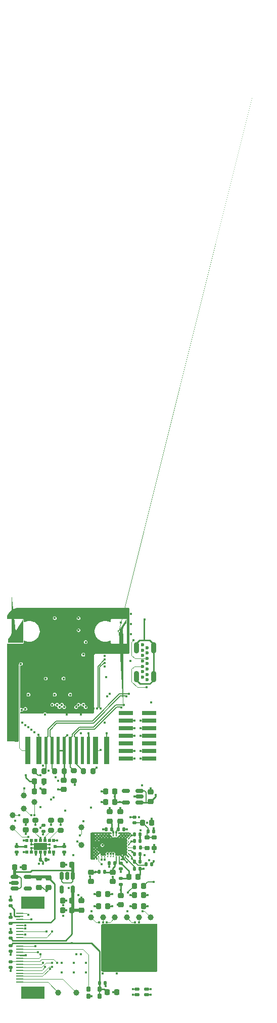
<source format=gtl>
%TF.GenerationSoftware,KiCad,Pcbnew,7.0.1-3b83917a11~172~ubuntu20.04.1*%
%TF.CreationDate,2023-04-27T15:55:00+02:00*%
%TF.ProjectId,radartof-hardware,72616461-7274-46f6-962d-686172647761,1.4*%
%TF.SameCoordinates,Original*%
%TF.FileFunction,Copper,L1,Top*%
%TF.FilePolarity,Positive*%
%FSLAX46Y46*%
G04 Gerber Fmt 4.6, Leading zero omitted, Abs format (unit mm)*
G04 Created by KiCad (PCBNEW 7.0.1-3b83917a11~172~ubuntu20.04.1) date 2023-04-27 15:55:00*
%MOMM*%
%LPD*%
G01*
G04 APERTURE LIST*
G04 Aperture macros list*
%AMRoundRect*
0 Rectangle with rounded corners*
0 $1 Rounding radius*
0 $2 $3 $4 $5 $6 $7 $8 $9 X,Y pos of 4 corners*
0 Add a 4 corners polygon primitive as box body*
4,1,4,$2,$3,$4,$5,$6,$7,$8,$9,$2,$3,0*
0 Add four circle primitives for the rounded corners*
1,1,$1+$1,$2,$3*
1,1,$1+$1,$4,$5*
1,1,$1+$1,$6,$7*
1,1,$1+$1,$8,$9*
0 Add four rect primitives between the rounded corners*
20,1,$1+$1,$2,$3,$4,$5,0*
20,1,$1+$1,$4,$5,$6,$7,0*
20,1,$1+$1,$6,$7,$8,$9,0*
20,1,$1+$1,$8,$9,$2,$3,0*%
%AMFreePoly0*
4,1,86,1.253536,1.953536,1.255000,1.950000,1.255000,-1.950000,1.253536,-1.953536,1.250000,-1.955000,-1.250000,-1.955000,-1.253536,-1.953536,-1.255000,-1.950000,-1.255000,-1.260000,-1.254936,-1.259846,-1.254991,-1.259688,-1.254213,-1.258099,-1.253536,-1.256464,-1.253380,-1.256399,-1.253308,-1.256251,-1.219350,-1.226288,-1.184402,-1.194335,-1.149507,-1.161435,-1.116668,-1.127600,-1.084775,-1.091721,
-1.053789,-1.055737,-1.022902,-1.018871,-0.994013,-0.981016,-0.966077,-0.942105,-0.939177,-0.903250,-0.914240,-0.863350,-0.889327,-0.822492,-0.866409,-0.780642,-0.844483,-0.737785,-0.823523,-0.694868,-0.803588,-0.652009,-0.785646,-0.608151,-0.768698,-0.563290,-0.752748,-0.518429,-0.738809,-0.472629,-0.725829,-0.426705,-0.713870,-0.380862,-0.703899,-0.333999,-0.694918,-0.287098,-0.686947,-0.240271,
-0.680965,-0.193410,-0.675983,-0.145580,-0.672992,-0.097727,-0.670998,-0.050863,-0.670000,0.000000,-0.670998,0.050863,-0.672992,0.097727,-0.675983,0.145580,-0.680965,0.193410,-0.686947,0.240271,-0.694918,0.287098,-0.703899,0.333999,-0.713870,0.380862,-0.725829,0.426705,-0.738812,0.472640,-0.752748,0.518429,-0.768698,0.563290,-0.785646,0.608151,-0.803588,0.652009,-0.823523,0.694868,
-0.844493,0.737806,-0.866409,0.780642,-0.889327,0.822492,-0.914269,0.863397,-0.939177,0.903250,-0.966077,0.942105,-0.994013,0.981016,-1.022902,1.018871,-1.053804,1.055755,-1.084789,1.091737,-1.116668,1.127600,-1.149507,1.161435,-1.184402,1.194335,-1.219350,1.226288,-1.253308,1.256251,-1.253380,1.256399,-1.253536,1.256464,-1.254213,1.258099,-1.254991,1.259688,-1.254936,1.259846,
-1.255000,1.260000,-1.255000,1.950000,-1.253536,1.953536,-1.250000,1.955000,1.250000,1.955000,1.253536,1.953536,1.253536,1.953536,$1*%
%AMFreePoly1*
4,1,86,1.253536,1.953536,1.255000,1.950000,1.255000,1.260000,1.254936,1.259846,1.254991,1.259688,1.254213,1.258099,1.253536,1.256464,1.253380,1.256399,1.253308,1.256251,1.219350,1.226288,1.184402,1.194335,1.149519,1.161445,1.116668,1.127600,1.084789,1.091737,1.053804,1.055755,1.022902,1.018871,0.994008,0.981011,0.966077,0.942105,0.939177,0.903250,0.914269,0.863397,
0.889327,0.822492,0.866423,0.780669,0.844493,0.737806,0.823514,0.694849,0.803584,0.651998,0.785646,0.608151,0.768698,0.563290,0.752748,0.518429,0.738805,0.472617,0.725821,0.426671,0.713870,0.380862,0.703897,0.333989,0.694918,0.287098,0.686948,0.240274,0.680965,0.193410,0.675983,0.145580,0.672992,0.097725,0.670998,0.050863,0.670000,0.000000,0.670998,-0.050863,
0.672992,-0.097725,0.675983,-0.145580,0.680965,-0.193410,0.686948,-0.240274,0.694918,-0.287098,0.703897,-0.333989,0.713870,-0.380862,0.725821,-0.426671,0.738805,-0.472617,0.752748,-0.518429,0.768698,-0.563290,0.785646,-0.608151,0.803584,-0.651998,0.823514,-0.694849,0.844483,-0.737785,0.866423,-0.780669,0.889327,-0.822492,0.914240,-0.863350,0.939177,-0.903250,0.966077,-0.942105,
0.994008,-0.981011,1.022902,-1.018871,1.053789,-1.055737,1.084775,-1.091721,1.116668,-1.127600,1.149519,-1.161445,1.184402,-1.194335,1.219350,-1.226288,1.253308,-1.256251,1.253380,-1.256399,1.253536,-1.256464,1.254213,-1.258099,1.254991,-1.259688,1.254936,-1.259846,1.255000,-1.260000,1.255000,-1.950000,1.253536,-1.953536,1.250000,-1.955000,-1.250000,-1.955000,-1.253536,-1.953536,
-1.255000,-1.950000,-1.255000,1.950000,-1.253536,1.953536,-1.250000,1.955000,1.250000,1.955000,1.253536,1.953536,1.253536,1.953536,$1*%
G04 Aperture macros list end*
%TA.AperFunction,ComponentPad*%
%ADD10C,0.600000*%
%TD*%
%TA.AperFunction,ComponentPad*%
%ADD11O,0.900000X1.900000*%
%TD*%
%TA.AperFunction,SMDPad,CuDef*%
%ADD12C,1.000000*%
%TD*%
%TA.AperFunction,SMDPad,CuDef*%
%ADD13RoundRect,0.225000X-0.250000X0.225000X-0.250000X-0.225000X0.250000X-0.225000X0.250000X0.225000X0*%
%TD*%
%TA.AperFunction,SMDPad,CuDef*%
%ADD14RoundRect,0.225000X0.225000X0.250000X-0.225000X0.250000X-0.225000X-0.250000X0.225000X-0.250000X0*%
%TD*%
%TA.AperFunction,SMDPad,CuDef*%
%ADD15RoundRect,0.140000X-0.140000X-0.170000X0.140000X-0.170000X0.140000X0.170000X-0.140000X0.170000X0*%
%TD*%
%TA.AperFunction,SMDPad,CuDef*%
%ADD16RoundRect,0.225000X-0.225000X-0.250000X0.225000X-0.250000X0.225000X0.250000X-0.225000X0.250000X0*%
%TD*%
%TA.AperFunction,SMDPad,CuDef*%
%ADD17RoundRect,0.140000X0.170000X-0.140000X0.170000X0.140000X-0.170000X0.140000X-0.170000X-0.140000X0*%
%TD*%
%TA.AperFunction,SMDPad,CuDef*%
%ADD18RoundRect,0.150000X0.512500X0.150000X-0.512500X0.150000X-0.512500X-0.150000X0.512500X-0.150000X0*%
%TD*%
%TA.AperFunction,SMDPad,CuDef*%
%ADD19RoundRect,0.147500X-0.172500X0.147500X-0.172500X-0.147500X0.172500X-0.147500X0.172500X0.147500X0*%
%TD*%
%TA.AperFunction,SMDPad,CuDef*%
%ADD20RoundRect,0.200000X-0.275000X0.200000X-0.275000X-0.200000X0.275000X-0.200000X0.275000X0.200000X0*%
%TD*%
%TA.AperFunction,SMDPad,CuDef*%
%ADD21C,0.275000*%
%TD*%
%TA.AperFunction,SMDPad,CuDef*%
%ADD22RoundRect,0.147500X0.147500X0.172500X-0.147500X0.172500X-0.147500X-0.172500X0.147500X-0.172500X0*%
%TD*%
%TA.AperFunction,SMDPad,CuDef*%
%ADD23R,2.400000X0.740000*%
%TD*%
%TA.AperFunction,SMDPad,CuDef*%
%ADD24RoundRect,0.225000X0.250000X-0.225000X0.250000X0.225000X-0.250000X0.225000X-0.250000X-0.225000X0*%
%TD*%
%TA.AperFunction,SMDPad,CuDef*%
%ADD25RoundRect,0.140000X-0.170000X0.140000X-0.170000X-0.140000X0.170000X-0.140000X0.170000X0.140000X0*%
%TD*%
%TA.AperFunction,SMDPad,CuDef*%
%ADD26RoundRect,0.147500X0.172500X-0.147500X0.172500X0.147500X-0.172500X0.147500X-0.172500X-0.147500X0*%
%TD*%
%TA.AperFunction,SMDPad,CuDef*%
%ADD27RoundRect,0.060000X-0.240000X-0.340000X0.240000X-0.340000X0.240000X0.340000X-0.240000X0.340000X0*%
%TD*%
%TA.AperFunction,SMDPad,CuDef*%
%ADD28R,4.000000X2.000000*%
%TD*%
%TA.AperFunction,SMDPad,CuDef*%
%ADD29R,1.250000X0.275000*%
%TD*%
%TA.AperFunction,SMDPad,CuDef*%
%ADD30RoundRect,0.060000X0.340000X-0.240000X0.340000X0.240000X-0.340000X0.240000X-0.340000X-0.240000X0*%
%TD*%
%TA.AperFunction,SMDPad,CuDef*%
%ADD31RoundRect,0.150000X-0.150000X0.512500X-0.150000X-0.512500X0.150000X-0.512500X0.150000X0.512500X0*%
%TD*%
%TA.AperFunction,SMDPad,CuDef*%
%ADD32RoundRect,0.200000X-0.200000X-0.275000X0.200000X-0.275000X0.200000X0.275000X-0.200000X0.275000X0*%
%TD*%
%TA.AperFunction,SMDPad,CuDef*%
%ADD33RoundRect,0.140000X0.140000X0.170000X-0.140000X0.170000X-0.140000X-0.170000X0.140000X-0.170000X0*%
%TD*%
%TA.AperFunction,SMDPad,CuDef*%
%ADD34RoundRect,0.200000X0.275000X-0.200000X0.275000X0.200000X-0.275000X0.200000X-0.275000X-0.200000X0*%
%TD*%
%TA.AperFunction,SMDPad,CuDef*%
%ADD35RoundRect,0.200000X0.200000X0.275000X-0.200000X0.275000X-0.200000X-0.275000X0.200000X-0.275000X0*%
%TD*%
%TA.AperFunction,SMDPad,CuDef*%
%ADD36RoundRect,0.147500X-0.147500X-0.172500X0.147500X-0.172500X0.147500X0.172500X-0.147500X0.172500X0*%
%TD*%
%TA.AperFunction,SMDPad,CuDef*%
%ADD37R,0.810000X4.600000*%
%TD*%
%TA.AperFunction,SMDPad,CuDef*%
%ADD38R,0.610000X4.600000*%
%TD*%
%TA.AperFunction,SMDPad,CuDef*%
%ADD39FreePoly0,180.000000*%
%TD*%
%TA.AperFunction,SMDPad,CuDef*%
%ADD40FreePoly1,180.000000*%
%TD*%
%TA.AperFunction,SMDPad,CuDef*%
%ADD41RoundRect,0.135000X0.135000X0.185000X-0.135000X0.185000X-0.135000X-0.185000X0.135000X-0.185000X0*%
%TD*%
%TA.AperFunction,SMDPad,CuDef*%
%ADD42RoundRect,0.050000X-0.350000X-0.200000X0.350000X-0.200000X0.350000X0.200000X-0.350000X0.200000X0*%
%TD*%
%TA.AperFunction,SMDPad,CuDef*%
%ADD43R,0.533400X0.508000*%
%TD*%
%TA.AperFunction,SMDPad,CuDef*%
%ADD44R,0.508000X0.533400*%
%TD*%
%TA.AperFunction,SMDPad,CuDef*%
%ADD45R,2.311400X1.193800*%
%TD*%
%TA.AperFunction,SMDPad,CuDef*%
%ADD46RoundRect,0.150000X-0.512500X-0.150000X0.512500X-0.150000X0.512500X0.150000X-0.512500X0.150000X0*%
%TD*%
%TA.AperFunction,ViaPad*%
%ADD47C,0.400000*%
%TD*%
%TA.AperFunction,Conductor*%
%ADD48C,0.100000*%
%TD*%
%TA.AperFunction,Conductor*%
%ADD49C,0.150000*%
%TD*%
%TA.AperFunction,Conductor*%
%ADD50C,0.250000*%
%TD*%
%TA.AperFunction,Conductor*%
%ADD51C,0.500000*%
%TD*%
%TA.AperFunction,Conductor*%
%ADD52C,0.200000*%
%TD*%
G04 APERTURE END LIST*
D10*
%TO.P,J4,A1,GND*%
%TO.N,GND*%
X160906750Y-73725000D03*
%TO.P,J4,A4,VBUS*%
%TO.N,unconnected-(J4-VBUS-PadA4)*%
X160906750Y-74625000D03*
%TO.P,J4,A5,CC1*%
%TO.N,Net-(J4-CC1)*%
X160906750Y-75525000D03*
%TO.P,J4,A6,D+*%
%TO.N,/Connectors/conn_USB-*%
X160906750Y-76425000D03*
%TO.P,J4,A7,D-*%
%TO.N,/Connectors/conn_USB+*%
X160906750Y-77325000D03*
%TO.P,J4,A9,VBUS*%
%TO.N,unconnected-(J4-VBUS-PadA4)*%
X160906750Y-78225000D03*
%TO.P,J4,A12,GND*%
%TO.N,GND*%
X160906750Y-79125000D03*
%TO.P,J4,B1,GND*%
X160126750Y-78675000D03*
%TO.P,J4,B4,VBUS*%
%TO.N,unconnected-(J4-VBUS-PadA4)*%
X160126750Y-77775000D03*
%TO.P,J4,B5,CC2*%
%TO.N,Net-(J4-CC2)*%
X160126750Y-76875000D03*
%TO.P,J4,B6,D+*%
%TO.N,/Connectors/conn_USB-*%
X160126750Y-75975000D03*
%TO.P,J4,B7,D-*%
%TO.N,/Connectors/conn_USB+*%
X160126750Y-75075000D03*
%TO.P,J4,B9,VBUS*%
%TO.N,unconnected-(J4-VBUS-PadA4)*%
X160126750Y-74175000D03*
%TO.P,J4,B12,GND*%
%TO.N,GND*%
X160126750Y-73275000D03*
D11*
%TO.P,J4,S1,SHIELD*%
%TO.N,/Connectors/USB_Shield*%
X161946750Y-78575000D03*
X161946750Y-73775000D03*
X159086750Y-78575000D03*
X159086750Y-73775000D03*
%TD*%
D12*
%TO.P,TP15,1,1*%
%TO.N,/Camera/I2C1_SDA*%
X149900000Y-103800000D03*
%TD*%
D13*
%TO.P,C11,1*%
%TO.N,+1V8*%
X156500000Y-115225000D03*
%TO.P,C11,2*%
%TO.N,GND*%
X156500000Y-116775000D03*
%TD*%
D14*
%TO.P,C57,1*%
%TO.N,Vradar*%
X154275000Y-117000000D03*
%TO.P,C57,2*%
%TO.N,GND*%
X152725000Y-117000000D03*
%TD*%
D13*
%TO.P,C37,1*%
%TO.N,+2V8*%
X142800000Y-112325000D03*
%TO.P,C37,2*%
%TO.N,GND*%
X142800000Y-113875000D03*
%TD*%
D12*
%TO.P,TP5,1,1*%
%TO.N,/Portenta/SPI2_SCK*%
X153500000Y-118900000D03*
%TD*%
D15*
%TO.P,C3,1*%
%TO.N,/Radar/VDD_LF*%
X158770000Y-109550000D03*
%TO.P,C3,2*%
%TO.N,GND*%
X159730000Y-109550000D03*
%TD*%
D16*
%TO.P,C9,1*%
%TO.N,/Radar/V_OSC*%
X160125000Y-103100000D03*
%TO.P,C9,2*%
%TO.N,GND*%
X161675000Y-103100000D03*
%TD*%
D14*
%TO.P,C27,1*%
%TO.N,+1V8*%
X155475000Y-97800000D03*
%TO.P,C27,2*%
%TO.N,GND*%
X153925000Y-97800000D03*
%TD*%
D17*
%TO.P,C40,1*%
%TO.N,+1V5*%
X138000000Y-122380000D03*
%TO.P,C40,2*%
%TO.N,GND*%
X138000000Y-121420000D03*
%TD*%
D12*
%TO.P,TP2,1,1*%
%TO.N,/Camera/Vmotor*%
X149000000Y-131500000D03*
%TD*%
D18*
%TO.P,U4,1,IN*%
%TO.N,Vradar*%
X159637500Y-99650000D03*
%TO.P,U4,2,GND*%
%TO.N,GND*%
X159637500Y-98700000D03*
%TO.P,U4,3,EN*%
%TO.N,Vradar*%
X159637500Y-97750000D03*
%TO.P,U4,4,NC*%
%TO.N,unconnected-(U4-NC-Pad4)*%
X157362500Y-97750000D03*
%TO.P,U4,5,OUT*%
%TO.N,+1V8*%
X157362500Y-99650000D03*
%TD*%
D17*
%TO.P,C39,1*%
%TO.N,+2V8*%
X138000000Y-119880000D03*
%TO.P,C39,2*%
%TO.N,GND*%
X138000000Y-118920000D03*
%TD*%
D19*
%TO.P,L3,1,1*%
%TO.N,+1V8*%
X158800000Y-102115000D03*
%TO.P,L3,2,2*%
%TO.N,/Radar/V_OSC*%
X158800000Y-103085000D03*
%TD*%
D20*
%TO.P,R6,1*%
%TO.N,VTOF*%
X146400000Y-102675000D03*
%TO.P,R6,2*%
%TO.N,/ToF Sensor/RSVD6*%
X146400000Y-104325000D03*
%TD*%
%TO.P,R2,1*%
%TO.N,+3.3V*%
X142200000Y-102675000D03*
%TO.P,R2,2*%
%TO.N,/Portenta/I2C3_SCL*%
X142200000Y-104325000D03*
%TD*%
D14*
%TO.P,C58,1*%
%TO.N,+1V8*%
X154275000Y-115000000D03*
%TO.P,C58,2*%
%TO.N,GND*%
X152725000Y-115000000D03*
%TD*%
D15*
%TO.P,C25,1*%
%TO.N,/Radar/V_AREF*%
X158770000Y-110750000D03*
%TO.P,C25,2*%
%TO.N,GND*%
X159730000Y-110750000D03*
%TD*%
D21*
%TO.P,U5,A1,VSS_{RF}*%
%TO.N,GND*%
X152250000Y-108750000D03*
%TO.P,U5,A2,VSS_{D}*%
X152250000Y-108250000D03*
%TO.P,U5,A3,VSS_{D}*%
X152250000Y-107750000D03*
%TO.P,U5,A4,VSS_{RF}*%
X152250000Y-107250000D03*
%TO.P,U5,A5,VSS_{RF}*%
X152250000Y-106750000D03*
%TO.P,U5,A6,VSS_{RF}*%
X152250000Y-106250000D03*
%TO.P,U5,A7,VSS_{RF}*%
X152250000Y-105750000D03*
%TO.P,U5,A8,VSS_{RF}*%
X152250000Y-105250000D03*
%TO.P,U5,B1,CLK*%
%TO.N,/Radar/SCK_1V8*%
X152750000Y-108750000D03*
%TO.P,U5,B2,VSS_{RF}*%
%TO.N,GND*%
X152750000Y-108250000D03*
%TO.P,U5,B7,VSS_{RF}*%
X152750000Y-105750000D03*
%TO.P,U5,B8,VSS_{RF}*%
X152750000Y-105250000D03*
%TO.P,U5,C1,IRQ*%
%TO.N,/Radar/INT_1V8*%
X153250000Y-108750000D03*
%TO.P,U5,C8,VSS_{RF}*%
%TO.N,GND*%
X153250000Y-105250000D03*
%TO.P,U5,D1,MOSI*%
%TO.N,/Radar/MOSI_1V8*%
X153750000Y-108750000D03*
%TO.P,U5,D8,VSS_{RF}*%
%TO.N,GND*%
X153750000Y-105250000D03*
%TO.P,U5,E1,MISO*%
%TO.N,/Radar/MISO_1V8*%
X154250000Y-108750000D03*
%TO.P,U5,E8,VSS_{RF}*%
%TO.N,GND*%
X154250000Y-105250000D03*
%TO.P,U5,F1,RST*%
%TO.N,/Radar/RST_1V8*%
X154750000Y-108750000D03*
%TO.P,U5,F8,VSS_{RF}*%
%TO.N,GND*%
X154750000Y-105250000D03*
%TO.P,U5,G1,~{CS}*%
%TO.N,/Radar/NSS_1V8*%
X155250000Y-108750000D03*
%TO.P,U5,G8,VDD_{RF}*%
%TO.N,/Radar/VDD_RF*%
X155250000Y-105250000D03*
%TO.P,U5,H1,VDD_{D}*%
%TO.N,/Radar/VDD_D*%
X155750000Y-108750000D03*
%TO.P,U5,H8,VDD_{RF}*%
%TO.N,/Radar/VDD_RF*%
X155750000Y-105250000D03*
%TO.P,U5,J1,VDD_{A}*%
%TO.N,/Radar/VDD_A*%
X156250000Y-108750000D03*
%TO.P,U5,J8,VSS_{RF}*%
%TO.N,GND*%
X156250000Y-105250000D03*
%TO.P,U5,K1,VSS_{A}*%
X156750000Y-108750000D03*
%TO.P,U5,K8,VSS_{RF}*%
X156750000Y-105250000D03*
%TO.P,U5,L1,V_{AREF}*%
%TO.N,/Radar/V_AREF*%
X157250000Y-108750000D03*
%TO.P,U5,L8,VSS_{RF}*%
%TO.N,GND*%
X157250000Y-105250000D03*
%TO.P,U5,M1,VSS_{RF}*%
X157750000Y-108750000D03*
%TO.P,U5,M2,VDD_{LF}*%
%TO.N,/Radar/VDD_LF*%
X157750000Y-108250000D03*
%TO.P,U5,M3,VDD_{PLL}*%
%TO.N,/Radar/VDD_PLL*%
X157750000Y-107750000D03*
%TO.P,U5,M4,OSC_CLK*%
%TO.N,/Radar/OSC_CLK*%
X157750000Y-107250000D03*
%TO.P,U5,M5,VDD_{RF}*%
%TO.N,/Radar/VDD_RF*%
X157750000Y-106750000D03*
%TO.P,U5,M6,DIV*%
%TO.N,unconnected-(U5-DIV-PadM6)*%
X157750000Y-106250000D03*
%TO.P,U5,M7,VDD_{VCO}*%
%TO.N,/Radar/VDD_VCO*%
X157750000Y-105750000D03*
%TO.P,U5,M8,VSS_{RF}*%
%TO.N,GND*%
X157750000Y-105250000D03*
%TD*%
D22*
%TO.P,L1,1,1*%
%TO.N,Vradar*%
X161685000Y-110000000D03*
%TO.P,L1,2,2*%
%TO.N,/Radar/VDD_LF*%
X160715000Y-110000000D03*
%TD*%
D23*
%TO.P,J1,1,NC*%
%TO.N,unconnected-(J1-NC-Pad1)*%
X157350000Y-84690000D03*
%TO.P,J1,2,NC*%
%TO.N,unconnected-(J1-NC-Pad2)*%
X161250000Y-84690000D03*
%TO.P,J1,3,VCC*%
%TO.N,+3.3V*%
X157350000Y-85960000D03*
%TO.P,J1,4,JTMS/SWDIO*%
%TO.N,/Portenta/SWDIO*%
X161250000Y-85960000D03*
%TO.P,J1,5,GND*%
%TO.N,GND*%
X157350000Y-87230000D03*
%TO.P,J1,6,JCLK/SWCLK*%
%TO.N,/Portenta/SWCLK*%
X161250000Y-87230000D03*
%TO.P,J1,7,GND*%
%TO.N,GND*%
X157350000Y-88500000D03*
%TO.P,J1,8,JTDO/SWO*%
%TO.N,/Portenta/SWO*%
X161250000Y-88500000D03*
%TO.P,J1,9,JRCLK/NC*%
%TO.N,unconnected-(J1-JRCLK{slash}NC-Pad9)*%
X157350000Y-89770000D03*
%TO.P,J1,10,JTDI/NC*%
%TO.N,unconnected-(J1-JTDI{slash}NC-Pad10)*%
X161250000Y-89770000D03*
%TO.P,J1,11,GNDDetect*%
%TO.N,GND*%
X157350000Y-91040000D03*
%TO.P,J1,12,~{RST}*%
%TO.N,/Portenta/nRST*%
X161250000Y-91040000D03*
%TO.P,J1,13,VCP_RX*%
%TO.N,/Portenta/UART4_TX*%
X157350000Y-92310000D03*
%TO.P,J1,14,VCP_TX*%
%TO.N,/Portenta/UART4_RX*%
X161250000Y-92310000D03*
%TD*%
D12*
%TO.P,TP9,1,1*%
%TO.N,/Portenta/SPI2_MISO*%
X157500000Y-118900000D03*
%TD*%
D24*
%TO.P,C45,1*%
%TO.N,+1V5*%
X149900000Y-117675000D03*
%TO.P,C45,2*%
%TO.N,GND*%
X149900000Y-116125000D03*
%TD*%
D25*
%TO.P,C35,1*%
%TO.N,/Camera/CAM_CK*%
X138000000Y-126320000D03*
%TO.P,C35,2*%
%TO.N,GND*%
X138000000Y-127280000D03*
%TD*%
D26*
%TO.P,L4,1,1*%
%TO.N,+1V8*%
X156500000Y-113385000D03*
%TO.P,L4,2,2*%
%TO.N,/Radar/VDD_A*%
X156500000Y-112415000D03*
%TD*%
D16*
%TO.P,C49,1*%
%TO.N,+3.3V*%
X142025000Y-96100000D03*
%TO.P,C49,2*%
%TO.N,GND*%
X143575000Y-96100000D03*
%TD*%
D15*
%TO.P,C22,1*%
%TO.N,/Radar/VDD_VCO*%
X158770000Y-105000000D03*
%TO.P,C22,2*%
%TO.N,GND*%
X159730000Y-105000000D03*
%TD*%
D12*
%TO.P,TP7,1,1*%
%TO.N,/Portenta/SPI2_NSS*%
X161500000Y-118900000D03*
%TD*%
D27*
%TO.P,U8,1,INH*%
%TO.N,VCAM*%
X152900000Y-132100000D03*
%TO.P,U8,2,GND*%
%TO.N,GND*%
X151100000Y-132095599D03*
%TO.P,U8,3,CLK*%
%TO.N,/Camera/XCLK*%
X151100000Y-130895599D03*
%TO.P,U8,4,VCC*%
%TO.N,VCAM*%
X152900000Y-130895599D03*
%TD*%
D28*
%TO.P,J2,*%
%TO.N,*%
X141710000Y-131510000D03*
X141710000Y-116400000D03*
D29*
%TO.P,J2,1,Pin_1*%
%TO.N,/Camera/STROBE*%
X139520000Y-118250000D03*
%TO.P,J2,2,Pin_2*%
%TO.N,GNDA*%
X139520000Y-118750000D03*
%TO.P,J2,3,Pin_3*%
%TO.N,/Camera/I2C1_SDA*%
X139520000Y-119250000D03*
%TO.P,J2,4,Pin_4*%
%TO.N,+2V8*%
X139520000Y-119750000D03*
%TO.P,J2,5,Pin_5*%
%TO.N,/Camera/I2C1_SCL*%
X139520000Y-120250000D03*
%TO.P,J2,6,Pin_6*%
%TO.N,/Camera/CAM_nRST*%
X139520000Y-120750000D03*
%TO.P,J2,7,Pin_7*%
%TO.N,/Camera/CAM_VS*%
X139520000Y-121250000D03*
%TO.P,J2,8,Pin_8*%
%TO.N,/Camera/CAM_PWDN*%
X139520000Y-121750000D03*
%TO.P,J2,9,Pin_9*%
%TO.N,/Camera/CAM_HS*%
X139520000Y-122250000D03*
%TO.P,J2,10,Pin_10*%
%TO.N,+1V5*%
X139520000Y-122750000D03*
%TO.P,J2,11,Pin_11*%
%TO.N,VCAM*%
X139520000Y-123250000D03*
%TO.P,J2,12,Pin_12*%
%TO.N,/Camera/CAM_D7*%
X139520000Y-123750000D03*
%TO.P,J2,13,Pin_13*%
%TO.N,/Camera/XCLK*%
X139520000Y-124250000D03*
%TO.P,J2,14,Pin_14*%
%TO.N,/Camera/CAM_D6*%
X139520000Y-124750000D03*
%TO.P,J2,15,Pin_15*%
%TO.N,GND*%
X139520000Y-125250000D03*
%TO.P,J2,16,Pin_16*%
%TO.N,/Camera/CAM_D5*%
X139520000Y-125750000D03*
%TO.P,J2,17,Pin_17*%
%TO.N,/Camera/CAM_CK*%
X139520000Y-126250000D03*
%TO.P,J2,18,Pin_18*%
%TO.N,/Camera/CAM_D4*%
X139520000Y-126750000D03*
%TO.P,J2,19,Pin_19*%
%TO.N,/Camera/CAM_D0*%
X139520000Y-127250000D03*
%TO.P,J2,20,Pin_20*%
%TO.N,/Camera/CAM_D3*%
X139520000Y-127750000D03*
%TO.P,J2,21,Pin_21*%
%TO.N,/Camera/CAM_D1*%
X139520000Y-128250000D03*
%TO.P,J2,22,Pin_22*%
%TO.N,/Camera/CAM_D2*%
X139520000Y-128750000D03*
%TO.P,J2,23,Pin_23*%
%TO.N,/Camera/Vmotor*%
X139520000Y-129250000D03*
%TO.P,J2,24,Pin_24*%
%TO.N,/Camera/GNDMotor*%
X139520000Y-129750000D03*
%TD*%
D12*
%TO.P,TP6,1,1*%
%TO.N,/Portenta/RADAR_INT*%
X151500000Y-118900000D03*
%TD*%
%TO.P,TP14,1,1*%
%TO.N,/Portenta/TOF_RST*%
X140200000Y-98500000D03*
%TD*%
D30*
%TO.P,U2,1,INH*%
%TO.N,/Radar/V_OSC*%
X162100000Y-105500000D03*
%TO.P,U2,2,GND*%
%TO.N,GND*%
X162095599Y-107300000D03*
%TO.P,U2,3,CLK*%
%TO.N,/Radar/80mhz*%
X160895599Y-107300000D03*
%TO.P,U2,4,VCC*%
%TO.N,/Radar/V_OSC*%
X160895599Y-105500000D03*
%TD*%
D15*
%TO.P,C31,1*%
%TO.N,VTOF*%
X143020000Y-109200000D03*
%TO.P,C31,2*%
%TO.N,GND*%
X143980000Y-109200000D03*
%TD*%
D12*
%TO.P,TP16,1,1*%
%TO.N,/Camera/I2C1_SCL*%
X149900000Y-106800000D03*
%TD*%
D25*
%TO.P,C41,1*%
%TO.N,VCAM*%
X138000000Y-123620000D03*
%TO.P,C41,2*%
%TO.N,GND*%
X138000000Y-124580000D03*
%TD*%
D31*
%TO.P,U10,1,IN*%
%TO.N,VCAM*%
X148450000Y-111962500D03*
%TO.P,U10,2,GND*%
%TO.N,GND*%
X147500000Y-111962500D03*
%TO.P,U10,3,EN*%
%TO.N,VCAM*%
X146550000Y-111962500D03*
%TO.P,U10,4,NC*%
%TO.N,unconnected-(U10-NC-Pad4)*%
X146550000Y-114237500D03*
%TO.P,U10,5,OUT*%
%TO.N,+1V5*%
X148450000Y-114237500D03*
%TD*%
D13*
%TO.P,C4,1*%
%TO.N,+1V8*%
X151500000Y-111325000D03*
%TO.P,C4,2*%
%TO.N,GND*%
X151500000Y-112875000D03*
%TD*%
D32*
%TO.P,R12,1*%
%TO.N,+3.3V*%
X141975000Y-94400000D03*
%TO.P,R12,2*%
%TO.N,/Connectors/ETH_A+*%
X143625000Y-94400000D03*
%TD*%
D33*
%TO.P,C6,1*%
%TO.N,/Radar/VDD_D*%
X155480000Y-109850000D03*
%TO.P,C6,2*%
%TO.N,GND*%
X154520000Y-109850000D03*
%TD*%
D25*
%TO.P,C13,1*%
%TO.N,/Radar/VDD_A*%
X156500000Y-109820000D03*
%TO.P,C13,2*%
%TO.N,GND*%
X156500000Y-110780000D03*
%TD*%
D34*
%TO.P,R14,1*%
%TO.N,+3.3V*%
X148600000Y-96025000D03*
%TO.P,R14,2*%
%TO.N,/Connectors/ETH_B+*%
X148600000Y-94375000D03*
%TD*%
D13*
%TO.P,C38,1*%
%TO.N,+2V8*%
X144400000Y-112325000D03*
%TO.P,C38,2*%
%TO.N,GND*%
X144400000Y-113875000D03*
%TD*%
D35*
%TO.P,R13,1*%
%TO.N,+3.3V*%
X147025000Y-94400000D03*
%TO.P,R13,2*%
%TO.N,/Connectors/ETH_A-*%
X145375000Y-94400000D03*
%TD*%
D12*
%TO.P,TP10,1,1*%
%TO.N,/Portenta/TOF_LPn*%
X138400000Y-101800000D03*
%TD*%
D36*
%TO.P,L2,1,1*%
%TO.N,+1V8*%
X152815000Y-111300000D03*
%TO.P,L2,2,2*%
%TO.N,/Radar/VDD_D*%
X153785000Y-111300000D03*
%TD*%
D24*
%TO.P,C23,1*%
%TO.N,/Radar/VDD_RF*%
X156400000Y-102775000D03*
%TO.P,C23,2*%
%TO.N,GND*%
X156400000Y-101225000D03*
%TD*%
D15*
%TO.P,C24,1*%
%TO.N,/Radar/VDD_RF*%
X156020000Y-104150000D03*
%TO.P,C24,2*%
%TO.N,GND*%
X156980000Y-104150000D03*
%TD*%
D14*
%TO.P,C44,1*%
%TO.N,+1V5*%
X148275000Y-117700000D03*
%TO.P,C44,2*%
%TO.N,GND*%
X146725000Y-117700000D03*
%TD*%
D19*
%TO.P,L9,1,1*%
%TO.N,GND*%
X138000000Y-116015000D03*
%TO.P,L9,2,2*%
%TO.N,GNDA*%
X138000000Y-116985000D03*
%TD*%
D24*
%TO.P,C7,1*%
%TO.N,/Radar/VDD_RF*%
X154600000Y-102775000D03*
%TO.P,C7,2*%
%TO.N,GND*%
X154600000Y-101225000D03*
%TD*%
D12*
%TO.P,TP13,1,1*%
%TO.N,/Portenta/TOF_INT*%
X138400000Y-103900000D03*
%TD*%
D13*
%TO.P,C5,1*%
%TO.N,/Radar/VDD_D*%
X155100000Y-111325000D03*
%TO.P,C5,2*%
%TO.N,GND*%
X155100000Y-112875000D03*
%TD*%
D17*
%TO.P,C55,1*%
%TO.N,+3.3V*%
X143500000Y-104480000D03*
%TO.P,C55,2*%
%TO.N,GND*%
X143500000Y-103520000D03*
%TD*%
D15*
%TO.P,C17,1*%
%TO.N,/Radar/VDD_RF*%
X158770000Y-106150000D03*
%TO.P,C17,2*%
%TO.N,GND*%
X159730000Y-106150000D03*
%TD*%
D25*
%TO.P,C29,1*%
%TO.N,VTOF*%
X147000000Y-107020000D03*
%TO.P,C29,2*%
%TO.N,GND*%
X147000000Y-107980000D03*
%TD*%
D12*
%TO.P,TP12,1,1*%
%TO.N,/Portenta/I2C3_SDA*%
X142000000Y-99600000D03*
%TD*%
%TO.P,TP3,1,1*%
%TO.N,/Camera/GNDMotor*%
X146000000Y-131500000D03*
%TD*%
D15*
%TO.P,C33,1*%
%TO.N,VCAM*%
X152920000Y-129900000D03*
%TO.P,C33,2*%
%TO.N,GND*%
X153880000Y-129900000D03*
%TD*%
%TO.P,C10,1*%
%TO.N,/Radar/V_OSC*%
X161020000Y-104500000D03*
%TO.P,C10,2*%
%TO.N,GND*%
X161980000Y-104500000D03*
%TD*%
D12*
%TO.P,TP4,1,1*%
%TO.N,/Portenta/SPI2_MOSI*%
X155500000Y-118900000D03*
%TD*%
D37*
%TO.P,J5,1*%
%TO.N,Net-(J5-Pad1)*%
X140890000Y-90920000D03*
%TO.P,J5,2*%
%TO.N,GND*%
X142730000Y-90920000D03*
D38*
%TO.P,J5,3,TD+*%
%TO.N,/Connectors/ETH_A+*%
X143930000Y-90920000D03*
%TO.P,J5,4,TD-*%
%TO.N,/Connectors/ETH_A-*%
X144950000Y-90920000D03*
%TO.P,J5,5,TCT*%
%TO.N,+3.3V*%
X145970000Y-90920000D03*
%TO.P,J5,6,RCT*%
X146990000Y-90920000D03*
%TO.P,J5,7,RD+*%
%TO.N,/Connectors/ETH_B+*%
X148010000Y-90920000D03*
%TO.P,J5,8,RD-*%
%TO.N,/Connectors/ETH_B-*%
X149030000Y-90920000D03*
%TO.P,J5,9,NC*%
%TO.N,unconnected-(J5-NC-Pad9)*%
X150050000Y-90920000D03*
%TO.P,J5,10,10*%
%TO.N,GND*%
X151070000Y-90920000D03*
D37*
%TO.P,J5,11*%
%TO.N,Net-(J5-Pad11)*%
X152270000Y-90920000D03*
%TO.P,J5,12*%
%TO.N,+3.3V*%
X154110000Y-90920000D03*
D39*
%TO.P,J5,S1,SHIELD*%
%TO.N,GND*%
X138830000Y-71000000D03*
D40*
%TO.P,J5,S2,SHIELD*%
X156170000Y-71000000D03*
%TD*%
D16*
%TO.P,C50,1*%
%TO.N,+3.3V*%
X142032182Y-97807182D03*
%TO.P,C50,2*%
%TO.N,GND*%
X143582182Y-97807182D03*
%TD*%
D12*
%TO.P,TP11,1,1*%
%TO.N,/Portenta/I2C3_SCL*%
X140200000Y-100700000D03*
%TD*%
D41*
%TO.P,R1,1*%
%TO.N,/Radar/80mhz*%
X159810000Y-107250000D03*
%TO.P,R1,2*%
%TO.N,/Radar/OSC_CLK*%
X158790000Y-107250000D03*
%TD*%
D33*
%TO.P,C8,1*%
%TO.N,/Radar/VDD_RF*%
X154980000Y-104150000D03*
%TO.P,C8,2*%
%TO.N,GND*%
X154020000Y-104150000D03*
%TD*%
D14*
%TO.P,C42,1*%
%TO.N,VCAM*%
X148275000Y-110100000D03*
%TO.P,C42,2*%
%TO.N,GND*%
X146725000Y-110100000D03*
%TD*%
D12*
%TO.P,TP8,1,1*%
%TO.N,/Portenta/RADAR_nRST*%
X159500000Y-118900000D03*
%TD*%
D14*
%TO.P,C61,1*%
%TO.N,+1V8*%
X155475000Y-99600000D03*
%TO.P,C61,2*%
%TO.N,GND*%
X153925000Y-99600000D03*
%TD*%
%TO.P,C1,1*%
%TO.N,Vradar*%
X160275000Y-113650000D03*
%TO.P,C1,2*%
%TO.N,GND*%
X158725000Y-113650000D03*
%TD*%
D15*
%TO.P,C15,1*%
%TO.N,/Radar/VDD_PLL*%
X158770000Y-108350000D03*
%TO.P,C15,2*%
%TO.N,GND*%
X159730000Y-108350000D03*
%TD*%
D16*
%TO.P,C36,1*%
%TO.N,VCAM*%
X138725000Y-110500000D03*
%TO.P,C36,2*%
%TO.N,GND*%
X140275000Y-110500000D03*
%TD*%
D24*
%TO.P,C26,1*%
%TO.N,Vradar*%
X161500000Y-99475000D03*
%TO.P,C26,2*%
%TO.N,GND*%
X161500000Y-97925000D03*
%TD*%
D42*
%TO.P,D1,1,RK*%
%TO.N,/Portenta/CATR*%
X159200000Y-131850000D03*
%TO.P,D1,2,GK*%
%TO.N,/Portenta/CATG*%
X159200000Y-130950000D03*
%TO.P,D1,3,BK*%
%TO.N,/Portenta/CATB*%
X160800000Y-130950000D03*
%TO.P,D1,4,A*%
%TO.N,+3.3V*%
X160800000Y-131850000D03*
%TD*%
D13*
%TO.P,C51,1*%
%TO.N,+3.3V*%
X146900000Y-95925000D03*
%TO.P,C51,2*%
%TO.N,GND*%
X146900000Y-97475000D03*
%TD*%
D35*
%TO.P,R15,1*%
%TO.N,+3.3V*%
X151825000Y-94400000D03*
%TO.P,R15,2*%
%TO.N,/Connectors/ETH_B-*%
X150175000Y-94400000D03*
%TD*%
D43*
%TO.P,U7,A1,I2C_RST*%
%TO.N,/Portenta/TOF_RST*%
X145250001Y-107952500D03*
%TO.P,U7,A2,RSVD4*%
%TO.N,GND*%
X144500000Y-107952500D03*
%TO.P,U7,A3,INT*%
%TO.N,/Portenta/TOF_INT*%
X143750001Y-107952500D03*
%TO.P,U7,A4,IOVDD*%
%TO.N,VTOF*%
X143000000Y-107952500D03*
%TO.P,U7,A5,LPn*%
%TO.N,/Portenta/TOF_LPn*%
X142249999Y-107952500D03*
%TO.P,U7,A6,RSVD1*%
%TO.N,GND*%
X141500000Y-107952500D03*
%TO.P,U7,A7,RSVD2*%
X140749999Y-107952500D03*
D44*
%TO.P,U7,B1,AVDD*%
%TO.N,VTOF*%
X145451100Y-107000000D03*
D45*
%TO.P,U7,B4,THERMAL_PAD*%
%TO.N,GND*%
X143000000Y-107000000D03*
D44*
%TO.P,U7,B7,AVDD*%
%TO.N,VTOF*%
X140548900Y-107000000D03*
D43*
%TO.P,U7,C1,GND*%
%TO.N,GND*%
X145250001Y-106047500D03*
%TO.P,U7,C2,RSVD6*%
%TO.N,/ToF Sensor/RSVD6*%
X144500000Y-106047500D03*
%TO.P,U7,C3,SDA*%
%TO.N,/Portenta/I2C3_SDA*%
X143750001Y-106047500D03*
%TO.P,U7,C4,SCL*%
%TO.N,/Portenta/I2C3_SCL*%
X143000000Y-106047500D03*
%TO.P,U7,C5,RSVD5*%
%TO.N,unconnected-(U7-RSVD5-PadC5)*%
X142249999Y-106047500D03*
%TO.P,U7,C6,RSVD3*%
%TO.N,GND*%
X141500000Y-106047500D03*
%TO.P,U7,C7,GND*%
X140749999Y-106047500D03*
%TD*%
D14*
%TO.P,C59,1*%
%TO.N,Vradar*%
X160275000Y-117000000D03*
%TO.P,C59,2*%
%TO.N,GND*%
X158725000Y-117000000D03*
%TD*%
D25*
%TO.P,C30,1*%
%TO.N,VTOF*%
X139000000Y-107020000D03*
%TO.P,C30,2*%
%TO.N,GND*%
X139000000Y-107980000D03*
%TD*%
D16*
%TO.P,C32,1*%
%TO.N,VCAM*%
X154225000Y-131400000D03*
%TO.P,C32,2*%
%TO.N,GND*%
X155775000Y-131400000D03*
%TD*%
D20*
%TO.P,R3,1*%
%TO.N,+3.3V*%
X144800000Y-102675000D03*
%TO.P,R3,2*%
%TO.N,/Portenta/I2C3_SDA*%
X144800000Y-104325000D03*
%TD*%
D46*
%TO.P,U9,1,IN*%
%TO.N,VCAM*%
X138662500Y-112150000D03*
%TO.P,U9,2,GND*%
%TO.N,GND*%
X138662500Y-113100000D03*
%TO.P,U9,3,EN*%
%TO.N,VCAM*%
X138662500Y-114050000D03*
%TO.P,U9,4,NC*%
%TO.N,unconnected-(U9-NC-Pad4)*%
X140937500Y-114050000D03*
%TO.P,U9,5,OUT*%
%TO.N,+2V8*%
X140937500Y-112150000D03*
%TD*%
D14*
%TO.P,C60,1*%
%TO.N,+1V8*%
X160275000Y-115200000D03*
%TO.P,C60,2*%
%TO.N,GND*%
X158725000Y-115200000D03*
%TD*%
D24*
%TO.P,C28,1*%
%TO.N,VTOF*%
X140600000Y-104275000D03*
%TO.P,C28,2*%
%TO.N,GND*%
X140600000Y-102725000D03*
%TD*%
D16*
%TO.P,C12,1*%
%TO.N,/Radar/VDD_A*%
X157825000Y-112100000D03*
%TO.P,C12,2*%
%TO.N,GND*%
X159375000Y-112100000D03*
%TD*%
D14*
%TO.P,C43,1*%
%TO.N,+1V5*%
X148275000Y-116100000D03*
%TO.P,C43,2*%
%TO.N,GND*%
X146725000Y-116100000D03*
%TD*%
D47*
%TO.N,+1V8*%
X160900000Y-103100000D03*
%TO.N,GND*%
X162000000Y-104000000D03*
X151900000Y-83900000D03*
X161000000Y-123300000D03*
X161000000Y-124300000D03*
X161000000Y-125300000D03*
X161000000Y-127300000D03*
X161000000Y-126300000D03*
X161000000Y-120300000D03*
X161000000Y-121300000D03*
X161000000Y-122300000D03*
X162000000Y-127300000D03*
X162000000Y-126300000D03*
X162000000Y-125300000D03*
X162000000Y-124300000D03*
X162000000Y-123300000D03*
X162000000Y-122300000D03*
X162000000Y-121300000D03*
X162000000Y-120300000D03*
%TO.N,/Camera/CAM_nRST*%
X150200000Y-102800000D03*
X150200000Y-83300000D03*
X140500000Y-120750000D03*
X150200000Y-74900000D03*
%TO.N,+3.3V*%
X150600000Y-128100000D03*
X139850000Y-84150000D03*
X158800000Y-86000000D03*
X143000000Y-95100000D03*
X148600000Y-126500000D03*
X142800000Y-109900000D03*
X138800000Y-102700000D03*
X154100000Y-88100000D03*
X160000000Y-96800000D03*
X148737000Y-96700000D03*
X140600000Y-95100000D03*
X142200000Y-103400000D03*
X147500000Y-88400000D03*
X161500000Y-131850000D03*
X146600000Y-128100000D03*
X144800000Y-103400000D03*
X155800000Y-128300000D03*
X152400000Y-93800000D03*
X143800000Y-84900000D03*
X143400000Y-105000000D03*
%TO.N,Vradar*%
X162000000Y-113000000D03*
X155000000Y-117000000D03*
X162000000Y-109500000D03*
X161000000Y-117000000D03*
X162300000Y-98400000D03*
%TO.N,GND*%
X153900000Y-130400000D03*
X152100000Y-117000000D03*
X141500000Y-106700000D03*
X148600000Y-128100000D03*
X153300000Y-105800000D03*
X138500000Y-72500000D03*
X158800000Y-87200000D03*
X161500000Y-97300000D03*
X153500000Y-104150000D03*
X140200000Y-107950000D03*
X151700000Y-107750000D03*
X158800000Y-91000000D03*
X153800000Y-76900000D03*
X143550000Y-96650000D03*
X144500000Y-107300000D03*
X142700000Y-88362500D03*
X151100000Y-88100000D03*
X155100000Y-112100000D03*
X147800000Y-114000000D03*
X151600000Y-132100000D03*
X156500000Y-111300000D03*
X143000000Y-100400000D03*
X138000000Y-118300000D03*
X146800000Y-118600000D03*
X156500000Y-72500000D03*
X139000000Y-108400000D03*
X151800000Y-83300000D03*
X160450000Y-108500000D03*
X151700000Y-108750000D03*
X144400000Y-109200000D03*
X151500000Y-100500000D03*
X150600000Y-126500000D03*
X143000000Y-103900000D03*
X158200000Y-68100000D03*
X151300000Y-112074500D03*
X144000000Y-114500000D03*
X138000000Y-127900000D03*
X158800000Y-98700000D03*
X149400000Y-115200000D03*
X157250000Y-105800000D03*
X153300000Y-108200000D03*
X137900000Y-113100000D03*
X159730000Y-108950000D03*
X156400000Y-100600000D03*
X151550000Y-117900000D03*
X157550000Y-117900000D03*
X156500000Y-69500000D03*
X147200000Y-101000000D03*
X147302886Y-116102886D03*
X147400000Y-84900000D03*
X146000000Y-74900000D03*
X147300000Y-117700000D03*
X141500000Y-107300000D03*
X138500000Y-69500000D03*
X138000000Y-115400000D03*
X157500000Y-104150000D03*
X138000000Y-125200000D03*
X146800000Y-116900000D03*
X144500000Y-106700000D03*
X155800000Y-126500000D03*
X158100000Y-117000000D03*
X143000000Y-97300000D03*
X157685188Y-114714812D03*
X161600000Y-82900000D03*
X140600000Y-103400000D03*
X158800000Y-88500000D03*
X138000000Y-120800000D03*
X147700000Y-111500000D03*
X140600000Y-125250000D03*
X149900000Y-115600000D03*
X156250000Y-105750000D03*
X153800000Y-86300000D03*
X145800000Y-106050000D03*
X158200000Y-69800000D03*
X155200000Y-131400000D03*
X156000000Y-116800000D03*
X162100000Y-107950000D03*
X154550000Y-110400000D03*
X153400000Y-128300000D03*
X153300000Y-99600000D03*
X146000000Y-97500000D03*
X154600000Y-100600000D03*
X159750000Y-104300000D03*
X146600000Y-126500000D03*
X147300000Y-110100000D03*
X161675000Y-102400000D03*
X146000000Y-72800000D03*
X162100000Y-106750000D03*
X154000000Y-78700000D03*
X156250000Y-108200000D03*
X149749500Y-88100000D03*
X154250000Y-105800000D03*
X151700000Y-106250000D03*
X152100000Y-115000000D03*
X159730000Y-105550000D03*
X158102720Y-76002720D03*
X160300000Y-110750000D03*
X149800000Y-84900000D03*
X153300000Y-97800000D03*
X157500000Y-109700000D03*
X153800000Y-75100000D03*
X161200000Y-109300000D03*
X139700000Y-110500000D03*
X158200000Y-71500000D03*
X158100000Y-115200000D03*
X151700000Y-105250000D03*
X139849500Y-80700000D03*
X147000000Y-108400000D03*
X148600000Y-83300000D03*
X140200000Y-106050000D03*
X155250000Y-105800000D03*
%TO.N,/Connectors/USB_Shield*%
X160425000Y-69000000D03*
%TO.N,+1V8*%
X156500000Y-114300000D03*
X161000000Y-115200000D03*
X159500000Y-102115000D03*
X152250000Y-111300000D03*
X153400000Y-106800000D03*
X158100000Y-102087500D03*
X156300000Y-99600000D03*
X155000000Y-115000000D03*
X155450000Y-98700000D03*
%TO.N,/Radar/VDD_LF*%
X158310000Y-109090000D03*
%TO.N,/Radar/VDD_RF*%
X155250000Y-104700000D03*
X158300000Y-106200000D03*
X155750000Y-104700000D03*
%TO.N,Net-(J5-Pad11)*%
X145400000Y-68800000D03*
X153100000Y-90900000D03*
%TO.N,/Portenta/SDC_D2*%
X143900000Y-78900000D03*
X145400000Y-81600000D03*
%TO.N,/Portenta/SDC_D3*%
X145000000Y-83300000D03*
X143400000Y-93500000D03*
%TO.N,/Radar/VDD_PLL*%
X158385000Y-107965000D03*
%TO.N,/Radar/VDD_VCO*%
X158300000Y-105200000D03*
%TO.N,/Portenta/SWDIO*%
X159800000Y-86000000D03*
%TO.N,/Portenta/SWCLK*%
X159800000Y-87200000D03*
%TO.N,/Portenta/SWO*%
X159800000Y-88500000D03*
%TO.N,/Portenta/nRST*%
X159800000Y-91000000D03*
%TO.N,/Portenta/UART4_TX*%
X158800000Y-92300000D03*
%TO.N,/Portenta/UART4_RX*%
X159800000Y-92300000D03*
%TO.N,/Portenta/SDC_CMD*%
X145600000Y-95400000D03*
X146600000Y-83300000D03*
%TO.N,/Connectors/USB_FS+*%
X153100000Y-83900000D03*
X153800000Y-76300000D03*
%TO.N,/Connectors/USB_FS-*%
X152500000Y-83900000D03*
X153800000Y-75700000D03*
%TO.N,/Camera/CAM_D7*%
X142200000Y-123750000D03*
%TO.N,/Camera/CAM_D6*%
X142600000Y-124750000D03*
%TO.N,/Camera/CAM_D5*%
X143000000Y-125100000D03*
%TO.N,/Camera/CAM_D4*%
X143400000Y-126500000D03*
%TO.N,/Camera/CAM_D3*%
X143800000Y-127200000D03*
%TO.N,/Camera/CAM_D2*%
X144600000Y-127500000D03*
%TO.N,/Camera/CAM_D1*%
X145000000Y-127200000D03*
%TO.N,/Camera/CAM_D0*%
X145000000Y-126500000D03*
%TO.N,/Camera/CAM_VS*%
X144000000Y-121250000D03*
%TO.N,/Camera/CAM_CK*%
X145800000Y-126500000D03*
%TO.N,/Camera/CAM_HS*%
X145000000Y-121250000D03*
%TO.N,/Connectors/ETH_A+*%
X157800000Y-81500000D03*
%TO.N,/Connectors/ETH_A-*%
X157400000Y-81900000D03*
%TO.N,VTOF*%
X146400000Y-103400000D03*
X143400000Y-109900000D03*
X139000000Y-106600000D03*
X147000000Y-106600000D03*
X140600000Y-104900000D03*
%TO.N,VCAM*%
X138662500Y-111300000D03*
X148300000Y-123250000D03*
%TO.N,/Connectors/ETH_B+*%
X156999500Y-83300000D03*
%TO.N,/Connectors/ETH_B-*%
X156600000Y-83750000D03*
%TO.N,/Connectors/ETH_LED1*%
X149400000Y-68800000D03*
X154600000Y-81500000D03*
%TO.N,/Connectors/ETH_LED2*%
X154200000Y-81900000D03*
X149400000Y-70800000D03*
%TO.N,/Portenta/TOF_RST*%
X145250000Y-108400000D03*
X141000000Y-81600000D03*
X140300000Y-97300000D03*
X141000000Y-87100000D03*
%TO.N,/Portenta/TOF_LPn*%
X140000000Y-86300000D03*
X139500000Y-101800000D03*
X142250000Y-108400000D03*
%TO.N,/Portenta/TOF_INT*%
X140500000Y-84000000D03*
X140500000Y-86700000D03*
X143750000Y-108400000D03*
X141000000Y-105400000D03*
%TO.N,/Portenta/I2C3_SDA*%
X142000000Y-101800000D03*
X142000000Y-87900000D03*
X143750000Y-105600000D03*
%TO.N,/Portenta/I2C3_SCL*%
X141500000Y-101800000D03*
X141500000Y-87500000D03*
X143000000Y-105600000D03*
%TO.N,/Camera/CAM_PWDN*%
X140500000Y-121750000D03*
X150600000Y-72800000D03*
X150600000Y-83700000D03*
%TO.N,/Camera/STROBE*%
X141000000Y-118500000D03*
%TO.N,/Camera/I2C1_SDA*%
X149400000Y-83300000D03*
X141500000Y-119250000D03*
X149600000Y-105200000D03*
%TO.N,/Camera/I2C1_SCL*%
X149000000Y-83700000D03*
X149200000Y-106200000D03*
X140500000Y-120250000D03*
%TO.N,/Portenta/RADAR_INT*%
X152850000Y-119700000D03*
%TO.N,/Portenta/SPI2_NSS*%
X160150000Y-117900000D03*
X149000000Y-125100000D03*
%TO.N,/Portenta/SPI2_SCK*%
X153500000Y-119700000D03*
%TO.N,/Portenta/SPI2_MISO*%
X149800000Y-125100000D03*
X158853003Y-119700000D03*
%TO.N,/Portenta/SPI2_MOSI*%
X154150000Y-119700000D03*
%TO.N,/Radar/SCK_1V8*%
X153250000Y-110000000D03*
%TO.N,/Radar/INT_1V8*%
X153250497Y-109250000D03*
%TO.N,/Radar/MOSI_1V8*%
X153750000Y-109250000D03*
%TO.N,/Radar/MISO_1V8*%
X154250000Y-108250000D03*
%TO.N,/Radar/RST_1V8*%
X154750497Y-108250000D03*
%TO.N,/Radar/NSS_1V8*%
X155250000Y-108250000D03*
%TO.N,/Portenta/SDC_CLK*%
X147000000Y-83700000D03*
X146000000Y-96000000D03*
%TO.N,/Portenta/SDC_D0*%
X146200000Y-83700000D03*
X145200000Y-98800000D03*
%TO.N,/Portenta/CATR*%
X158500000Y-131850000D03*
%TO.N,+5V*%
X148000000Y-81600000D03*
X148500000Y-108500000D03*
%TO.N,/Portenta/SDC_D1*%
X144800000Y-99200000D03*
X145800000Y-83300000D03*
%TO.N,Net-(J4-CC1)*%
X158600000Y-72500000D03*
%TO.N,Net-(J4-CC2)*%
X160800000Y-80400000D03*
%TO.N,Net-(J5-Pad1)*%
X139750000Y-76450000D03*
%TO.N,/Portenta/RADAR_nRST*%
X159500000Y-119700000D03*
%TO.N,/Portenta/CATG*%
X158500000Y-130950000D03*
%TO.N,/Portenta/CATB*%
X161500000Y-130950000D03*
%TO.N,Net-(J3-DAT2)*%
X146902277Y-78902277D03*
X144400000Y-94300000D03*
%TD*%
D48*
%TO.N,Net-(J5-Pad1)*%
X139750000Y-76450000D02*
X139500000Y-76700000D01*
X139500000Y-76700000D02*
X139500000Y-90500000D01*
X139920000Y-90920000D02*
X140890000Y-90920000D01*
X139500000Y-90500000D02*
X139920000Y-90920000D01*
%TO.N,/Portenta/RADAR_INT*%
X152850000Y-119700000D02*
X152300000Y-119700000D01*
X152300000Y-119700000D02*
X151500000Y-118900000D01*
%TO.N,/Portenta/SPI2_SCK*%
X153500000Y-118900000D02*
X153500000Y-119700000D01*
%TO.N,/Portenta/SPI2_MOSI*%
X154150000Y-119700000D02*
X154700000Y-119700000D01*
X154700000Y-119700000D02*
X155500000Y-118900000D01*
%TO.N,/Portenta/SPI2_MISO*%
X158300000Y-119700000D02*
X157500000Y-118900000D01*
X158853003Y-119700000D02*
X158300000Y-119700000D01*
%TO.N,/Portenta/RADAR_nRST*%
X159500000Y-118900000D02*
X159500000Y-119700000D01*
%TO.N,/Camera/CAM_nRST*%
X139520000Y-120750000D02*
X140500000Y-120750000D01*
D49*
%TO.N,+3.3V*%
X160800000Y-131850000D02*
X161500000Y-131850000D01*
X151825000Y-94375000D02*
X152400000Y-93800000D01*
X146990000Y-90920000D02*
X146990000Y-94365000D01*
D50*
X140600000Y-95500000D02*
X140600000Y-95100000D01*
D49*
X157350000Y-85960000D02*
X158760000Y-85960000D01*
X154110000Y-88110000D02*
X154100000Y-88100000D01*
X147500000Y-88400000D02*
X146990000Y-88910000D01*
X144800000Y-102675000D02*
X144800000Y-103400000D01*
X146990000Y-94365000D02*
X147025000Y-94400000D01*
D50*
X146900000Y-95925000D02*
X146990000Y-95835000D01*
D49*
X154110000Y-90920000D02*
X154110000Y-88110000D01*
X143500000Y-104900000D02*
X143400000Y-105000000D01*
X146990000Y-88910000D02*
X146990000Y-90920000D01*
X141975000Y-94400000D02*
X141975000Y-94475000D01*
D50*
X142025000Y-96100000D02*
X141200000Y-96100000D01*
D49*
X142600000Y-95100000D02*
X143000000Y-95100000D01*
X143500000Y-104480000D02*
X143500000Y-104900000D01*
D50*
X146990000Y-95835000D02*
X146990000Y-90920000D01*
X141200000Y-96100000D02*
X140600000Y-95500000D01*
X145970000Y-90920000D02*
X146990000Y-90920000D01*
X142032182Y-97807182D02*
X142032182Y-96107182D01*
X142032182Y-96107182D02*
X142025000Y-96100000D01*
D49*
X141975000Y-94475000D02*
X142600000Y-95100000D01*
X148737000Y-96162000D02*
X148600000Y-96025000D01*
X148737000Y-96700000D02*
X148737000Y-96162000D01*
X142200000Y-102675000D02*
X142200000Y-103400000D01*
X151825000Y-94400000D02*
X151825000Y-94375000D01*
X158760000Y-85960000D02*
X158800000Y-86000000D01*
%TO.N,Vradar*%
X162000000Y-109700000D02*
X162000000Y-109500000D01*
X160700000Y-98000000D02*
X160700000Y-99650000D01*
D50*
X161325000Y-99650000D02*
X161500000Y-99475000D01*
D49*
X160450000Y-97750000D02*
X160700000Y-98000000D01*
X160925000Y-113000000D02*
X161400000Y-113000000D01*
D50*
X159637500Y-99650000D02*
X160700000Y-99650000D01*
X161000000Y-117000000D02*
X160275000Y-117000000D01*
X162300000Y-98675000D02*
X161500000Y-99475000D01*
D49*
X161685000Y-110000000D02*
X161700000Y-110000000D01*
D50*
X162300000Y-98400000D02*
X162300000Y-98675000D01*
D49*
X161400000Y-113000000D02*
X162000000Y-113000000D01*
X161700000Y-110000000D02*
X162000000Y-109700000D01*
X160275000Y-113650000D02*
X160925000Y-113000000D01*
X159637500Y-97750000D02*
X160450000Y-97750000D01*
D50*
X155000000Y-117000000D02*
X154275000Y-117000000D01*
X160700000Y-99650000D02*
X161325000Y-99650000D01*
%TO.N,GND*%
X140275000Y-110500000D02*
X139700000Y-110500000D01*
X159730000Y-105550000D02*
X159730000Y-105000000D01*
X146725000Y-116100000D02*
X147300000Y-116100000D01*
D49*
X144000000Y-114500000D02*
X143375000Y-113875000D01*
D50*
X138000000Y-121420000D02*
X138000000Y-120800000D01*
X146025000Y-97475000D02*
X146000000Y-97500000D01*
D49*
X162095599Y-106754401D02*
X162100000Y-106750000D01*
X156500000Y-111300000D02*
X156500000Y-110780000D01*
D50*
X159730000Y-110750000D02*
X160300000Y-110750000D01*
X151300000Y-112675000D02*
X151500000Y-112875000D01*
X151070000Y-90920000D02*
X151070000Y-88130000D01*
X140600000Y-102725000D02*
X140600000Y-103400000D01*
X138000000Y-118920000D02*
X138000000Y-118300000D01*
D49*
X145250001Y-106047500D02*
X145797500Y-106047500D01*
X162095599Y-107300000D02*
X162095599Y-107945599D01*
D50*
X159730000Y-108950000D02*
X159730000Y-108350000D01*
D49*
X157350000Y-87230000D02*
X158770000Y-87230000D01*
D50*
X153880000Y-130380000D02*
X153900000Y-130400000D01*
D49*
X161980000Y-104500000D02*
X161980000Y-104020000D01*
X162095599Y-107300000D02*
X162095599Y-106754401D01*
X154020000Y-104150000D02*
X153500000Y-104150000D01*
X140749999Y-106047500D02*
X140202500Y-106047500D01*
X157685188Y-114714812D02*
X157685188Y-114689812D01*
D50*
X143575000Y-96100000D02*
X143575000Y-96625000D01*
X156025000Y-116775000D02*
X156000000Y-116800000D01*
D49*
X157350000Y-91040000D02*
X158760000Y-91040000D01*
X143380000Y-103520000D02*
X143000000Y-103900000D01*
X157350000Y-88500000D02*
X158800000Y-88500000D01*
D50*
X138662500Y-113100000D02*
X137900000Y-113100000D01*
X138000000Y-124580000D02*
X138000000Y-125200000D01*
X152725000Y-117000000D02*
X152100000Y-117000000D01*
X144400000Y-114100000D02*
X144400000Y-113875000D01*
X139000000Y-107980000D02*
X139000000Y-108400000D01*
X158725000Y-117000000D02*
X158100000Y-117000000D01*
X146725000Y-110100000D02*
X147300000Y-110100000D01*
D49*
X140202500Y-106047500D02*
X140200000Y-106050000D01*
D50*
X159730000Y-105550000D02*
X159730000Y-106150000D01*
X161500000Y-97925000D02*
X161500000Y-97300000D01*
D49*
X144500000Y-107300000D02*
X141500000Y-107300000D01*
X140749999Y-107952500D02*
X140202500Y-107952500D01*
D50*
X143980000Y-109200000D02*
X144400000Y-109200000D01*
D49*
X143375000Y-113875000D02*
X142800000Y-113875000D01*
D50*
X143575000Y-96625000D02*
X143550000Y-96650000D01*
X143582182Y-97807182D02*
X143507182Y-97807182D01*
X151100000Y-132095599D02*
X151595599Y-132095599D01*
X153880000Y-129900000D02*
X153880000Y-130380000D01*
D49*
X140202500Y-107952500D02*
X140200000Y-107950000D01*
X142730000Y-88392500D02*
X142730000Y-90920000D01*
D50*
X155775000Y-131400000D02*
X155200000Y-131400000D01*
X147300000Y-116100000D02*
X147302886Y-116102886D01*
D49*
X154520000Y-109850000D02*
X154520000Y-110370000D01*
X142700000Y-88362500D02*
X142730000Y-88392500D01*
D50*
X155100000Y-112100000D02*
X155100000Y-112875000D01*
D49*
X154520000Y-110370000D02*
X154550000Y-110400000D01*
X141500000Y-106047500D02*
X141500000Y-106700000D01*
D50*
X159637500Y-98700000D02*
X158800000Y-98700000D01*
X146900000Y-97475000D02*
X146025000Y-97475000D01*
D49*
X161980000Y-104020000D02*
X162000000Y-104000000D01*
X158770000Y-87230000D02*
X158800000Y-87200000D01*
X158760000Y-91040000D02*
X158800000Y-91000000D01*
D50*
X151300000Y-112074500D02*
X151300000Y-112675000D01*
X138000000Y-116015000D02*
X138000000Y-115400000D01*
X158725000Y-115200000D02*
X158100000Y-115200000D01*
D49*
X156980000Y-104150000D02*
X157500000Y-104150000D01*
X156750000Y-108750000D02*
X156750000Y-108950000D01*
D50*
X153925000Y-99600000D02*
X153300000Y-99600000D01*
X144000000Y-114500000D02*
X144400000Y-114100000D01*
X138000000Y-127280000D02*
X138000000Y-127900000D01*
X156400000Y-101225000D02*
X156400000Y-100600000D01*
X147000000Y-107980000D02*
X147000000Y-108400000D01*
X146725000Y-117700000D02*
X147300000Y-117700000D01*
X149900000Y-116125000D02*
X149900000Y-115600000D01*
X156500000Y-116775000D02*
X156025000Y-116775000D01*
D49*
X156750000Y-108950000D02*
X157500000Y-109700000D01*
D50*
X151595599Y-132095599D02*
X151600000Y-132100000D01*
D49*
X145797500Y-106047500D02*
X145800000Y-106050000D01*
X141500000Y-106700000D02*
X144500000Y-106700000D01*
D50*
X152725000Y-115000000D02*
X152100000Y-115000000D01*
X153925000Y-97800000D02*
X153300000Y-97800000D01*
X154600000Y-101225000D02*
X154600000Y-100600000D01*
X159730000Y-108950000D02*
X159730000Y-109550000D01*
X143507182Y-97807182D02*
X143000000Y-97300000D01*
D49*
X157685188Y-114689812D02*
X158725000Y-113650000D01*
X161675000Y-102400000D02*
X161675000Y-103100000D01*
D50*
X159730000Y-111745000D02*
X159375000Y-112100000D01*
X159730000Y-110750000D02*
X159730000Y-111745000D01*
X151070000Y-88130000D02*
X151100000Y-88100000D01*
X139520000Y-125250000D02*
X140600000Y-125250000D01*
D49*
X144500000Y-107952500D02*
X144500000Y-107300000D01*
X141500000Y-107952500D02*
X141500000Y-107300000D01*
X143500000Y-103520000D02*
X143380000Y-103520000D01*
X162095599Y-107945599D02*
X162100000Y-107950000D01*
D50*
%TO.N,+1V5*%
X148275000Y-121725000D02*
X147250000Y-122750000D01*
D51*
X148275000Y-117700000D02*
X149875000Y-117700000D01*
D50*
X138370000Y-122750000D02*
X138000000Y-122380000D01*
D51*
X148450000Y-117525000D02*
X148275000Y-117700000D01*
X149875000Y-117700000D02*
X149900000Y-117675000D01*
D50*
X147250000Y-122750000D02*
X139520000Y-122750000D01*
X139520000Y-122750000D02*
X138370000Y-122750000D01*
X148275000Y-117700000D02*
X148275000Y-121725000D01*
D51*
X148450000Y-114237500D02*
X148450000Y-117525000D01*
D50*
%TO.N,+2V8*%
X139520000Y-119750000D02*
X138030000Y-119750000D01*
X144400000Y-112325000D02*
X145350000Y-113275000D01*
X145350000Y-113275000D02*
X145350000Y-119150000D01*
X144100000Y-119750000D02*
X139520000Y-119750000D01*
X144750000Y-119750000D02*
X144100000Y-119750000D01*
D51*
X140937500Y-112150000D02*
X144225000Y-112150000D01*
D50*
X138030000Y-119850000D02*
X138000000Y-119880000D01*
D51*
X144225000Y-112150000D02*
X144400000Y-112325000D01*
D50*
X145350000Y-119150000D02*
X144750000Y-119750000D01*
%TO.N,/Connectors/USB_Shield*%
X160400000Y-72500000D02*
X161300000Y-72500000D01*
X161946750Y-78575000D02*
X161946750Y-73775000D01*
X161300000Y-72500000D02*
X161946750Y-73146750D01*
X161946750Y-79153250D02*
X161946750Y-78575000D01*
X159086750Y-73013250D02*
X159600000Y-72500000D01*
X159600000Y-72500000D02*
X160400000Y-72500000D01*
X159086750Y-78575000D02*
X159086750Y-79186750D01*
X160400000Y-69025000D02*
X160425000Y-69000000D01*
X161946750Y-73146750D02*
X161946750Y-73775000D01*
X159086750Y-73775000D02*
X159086750Y-73013250D01*
X161300000Y-79800000D02*
X161946750Y-79153250D01*
X159700000Y-79800000D02*
X161300000Y-79800000D01*
X159086750Y-79186750D02*
X159700000Y-79800000D01*
X160400000Y-72500000D02*
X160400000Y-69025000D01*
D49*
%TO.N,/Radar/V_OSC*%
X160895599Y-105500000D02*
X160895599Y-104624401D01*
X160895599Y-104624401D02*
X161020000Y-104500000D01*
X160125000Y-103100000D02*
X158815000Y-103100000D01*
X160895599Y-105500000D02*
X162100000Y-105500000D01*
X161020000Y-103995000D02*
X160125000Y-103100000D01*
X158815000Y-103100000D02*
X158800000Y-103085000D01*
X161020000Y-104500000D02*
X161020000Y-103995000D01*
D50*
%TO.N,+1V8*%
X161000000Y-115200000D02*
X160275000Y-115200000D01*
X152225000Y-111325000D02*
X151500000Y-111325000D01*
X155475000Y-99600000D02*
X156300000Y-99600000D01*
X156500000Y-114300000D02*
X156500000Y-115225000D01*
X155450000Y-98700000D02*
X155475000Y-98725000D01*
D49*
X158100000Y-102087500D02*
X158112500Y-102100000D01*
X158112500Y-102100000D02*
X158800000Y-102100000D01*
D50*
X155475000Y-98675000D02*
X155450000Y-98700000D01*
X155475000Y-97800000D02*
X155475000Y-98675000D01*
X152250000Y-111300000D02*
X152225000Y-111325000D01*
X156300000Y-99600000D02*
X157312500Y-99600000D01*
X155000000Y-115000000D02*
X154275000Y-115000000D01*
X152250000Y-111300000D02*
X152815000Y-111300000D01*
X156500000Y-114300000D02*
X156500000Y-113385000D01*
X155475000Y-98725000D02*
X155475000Y-99600000D01*
X157312500Y-99600000D02*
X157362500Y-99650000D01*
D49*
%TO.N,/Radar/VDD_LF*%
X160565000Y-110150000D02*
X160715000Y-110000000D01*
X158770000Y-109550000D02*
X159370000Y-110150000D01*
X158310000Y-109090000D02*
X158310000Y-108810000D01*
X159370000Y-110150000D02*
X160565000Y-110150000D01*
X158310000Y-109090000D02*
X158770000Y-109550000D01*
X158310000Y-108810000D02*
X157750000Y-108250000D01*
%TO.N,/Radar/VDD_A*%
X156250000Y-109200000D02*
X156250000Y-109820000D01*
D50*
X156500000Y-112415000D02*
X157510000Y-112415000D01*
X157825000Y-111145000D02*
X157825000Y-112100000D01*
D49*
X156250000Y-109820000D02*
X156500000Y-109820000D01*
D50*
X156500000Y-109820000D02*
X157825000Y-111145000D01*
X157510000Y-112415000D02*
X157825000Y-112100000D01*
D49*
X156250000Y-108750000D02*
X156250000Y-109200000D01*
%TO.N,/Radar/VDD_RF*%
X155250000Y-104700000D02*
X155250000Y-104420000D01*
X155750000Y-105250000D02*
X155750000Y-104700000D01*
X155750000Y-104700000D02*
X155750000Y-104420000D01*
X155250000Y-105250000D02*
X155250000Y-104700000D01*
X158720000Y-106200000D02*
X158770000Y-106150000D01*
X158300000Y-106200000D02*
X158720000Y-106200000D01*
X155750000Y-104420000D02*
X156020000Y-104150000D01*
X158300000Y-106200000D02*
X157750000Y-106750000D01*
X155250000Y-104420000D02*
X154980000Y-104150000D01*
D50*
X154980000Y-104150000D02*
X154980000Y-103155000D01*
X156020000Y-103155000D02*
X156400000Y-102775000D01*
X154980000Y-103155000D02*
X154600000Y-102775000D01*
X156020000Y-104150000D02*
X156020000Y-103155000D01*
D48*
%TO.N,Net-(J5-Pad11)*%
X152270000Y-90920000D02*
X153080000Y-90920000D01*
X153080000Y-90920000D02*
X153100000Y-90900000D01*
D50*
%TO.N,/Radar/VDD_D*%
X153810000Y-111325000D02*
X155100000Y-111325000D01*
X155480000Y-109850000D02*
X155480000Y-110320000D01*
X155480000Y-110320000D02*
X155100000Y-110700000D01*
X155100000Y-110700000D02*
X155100000Y-111325000D01*
D49*
X155750000Y-109200000D02*
X155750000Y-109850000D01*
X155750000Y-109850000D02*
X155480000Y-109850000D01*
D50*
X153785000Y-111300000D02*
X153810000Y-111325000D01*
D49*
X155750000Y-108750000D02*
X155750000Y-109200000D01*
%TO.N,/Radar/VDD_PLL*%
X158385000Y-107965000D02*
X158170000Y-107750000D01*
X158170000Y-107750000D02*
X157750000Y-107750000D01*
X158385000Y-107965000D02*
X158770000Y-108350000D01*
%TO.N,/Radar/VDD_VCO*%
X157750000Y-105750000D02*
X158300000Y-105200000D01*
X158570000Y-105200000D02*
X158770000Y-105000000D01*
X158300000Y-105200000D02*
X158570000Y-105200000D01*
%TO.N,/Radar/V_AREF*%
X157250000Y-108750000D02*
X157250000Y-108900000D01*
X158770000Y-110420000D02*
X158770000Y-110750000D01*
X157250000Y-108900000D02*
X158770000Y-110420000D01*
D50*
%TO.N,GNDA*%
X139520000Y-118750000D02*
X138750000Y-118750000D01*
X138600000Y-118600000D02*
X138600000Y-117585000D01*
X138600000Y-117585000D02*
X138000000Y-116985000D01*
X138750000Y-118750000D02*
X138600000Y-118600000D01*
D48*
%TO.N,/Portenta/SWDIO*%
X159840000Y-85960000D02*
X159800000Y-86000000D01*
X161250000Y-85960000D02*
X159840000Y-85960000D01*
%TO.N,/Portenta/SWCLK*%
X159830000Y-87230000D02*
X159800000Y-87200000D01*
X161250000Y-87230000D02*
X159830000Y-87230000D01*
%TO.N,/Portenta/SWO*%
X161250000Y-88500000D02*
X159800000Y-88500000D01*
%TO.N,/Portenta/nRST*%
X159840000Y-91040000D02*
X159800000Y-91000000D01*
X161250000Y-91040000D02*
X159840000Y-91040000D01*
%TO.N,/Portenta/UART4_TX*%
X157350000Y-92310000D02*
X158790000Y-92310000D01*
X158790000Y-92310000D02*
X158800000Y-92300000D01*
%TO.N,/Portenta/UART4_RX*%
X161250000Y-92310000D02*
X159810000Y-92310000D01*
X159810000Y-92310000D02*
X159800000Y-92300000D01*
D52*
%TO.N,/Connectors/USB_FS+*%
X153100000Y-83900000D02*
X152965001Y-83765001D01*
X153666691Y-76300000D02*
X153800000Y-76300000D01*
X152965001Y-77001690D02*
X153666691Y-76300000D01*
X152965001Y-83765001D02*
X152965001Y-77001690D01*
%TO.N,/Connectors/USB_FS-*%
X152634999Y-76865001D02*
X153800000Y-75700000D01*
X152634999Y-83765001D02*
X152634999Y-76865001D01*
X152500000Y-83900000D02*
X152634999Y-83765001D01*
D48*
%TO.N,/Camera/CAM_D7*%
X142200000Y-123750000D02*
X139520000Y-123750000D01*
%TO.N,/Camera/CAM_D6*%
X142600000Y-124750000D02*
X139520000Y-124750000D01*
%TO.N,/Camera/CAM_D5*%
X143000000Y-125500000D02*
X142750000Y-125750000D01*
X142750000Y-125750000D02*
X139520000Y-125750000D01*
X143000000Y-125100000D02*
X143000000Y-125500000D01*
%TO.N,/Camera/CAM_D4*%
X143150000Y-126750000D02*
X139520000Y-126750000D01*
X143400000Y-126500000D02*
X143150000Y-126750000D01*
%TO.N,/Camera/CAM_D3*%
X143250000Y-127750000D02*
X139520000Y-127750000D01*
X143800000Y-127200000D02*
X143250000Y-127750000D01*
%TO.N,/Camera/CAM_D2*%
X139520000Y-128750000D02*
X143350000Y-128750000D01*
X143350000Y-128750000D02*
X144600000Y-127500000D01*
%TO.N,/Camera/CAM_D1*%
X144455025Y-127150000D02*
X143355025Y-128250000D01*
X144950000Y-127150000D02*
X144455025Y-127150000D01*
X143355025Y-128250000D02*
X139520000Y-128250000D01*
X145000000Y-127200000D02*
X144950000Y-127150000D01*
%TO.N,/Camera/CAM_D0*%
X143950000Y-126500000D02*
X143200000Y-127250000D01*
X143200000Y-127250000D02*
X139520000Y-127250000D01*
X145000000Y-126500000D02*
X143950000Y-126500000D01*
%TO.N,/Camera/CAM_VS*%
X144000000Y-121250000D02*
X139520000Y-121250000D01*
%TO.N,/Camera/CAM_CK*%
X145250000Y-125950000D02*
X143200000Y-125950000D01*
X138070000Y-126250000D02*
X138000000Y-126320000D01*
X145800000Y-126500000D02*
X145250000Y-125950000D01*
X142900000Y-126250000D02*
X139520000Y-126250000D01*
X143200000Y-125950000D02*
X142900000Y-126250000D01*
X139520000Y-126250000D02*
X138070000Y-126250000D01*
%TO.N,/Camera/CAM_HS*%
X145000000Y-121250000D02*
X144000000Y-122250000D01*
X144000000Y-122250000D02*
X139520000Y-122250000D01*
D52*
%TO.N,/Connectors/ETH_A+*%
X143930000Y-90920000D02*
X143930000Y-94095000D01*
X145631654Y-86035000D02*
X151731654Y-86035000D01*
X143930000Y-94095000D02*
X143625000Y-94400000D01*
X156266654Y-81500000D02*
X157800000Y-81500000D01*
X144275000Y-88580000D02*
X144275000Y-87391654D01*
X151731654Y-86035000D02*
X156266654Y-81500000D01*
X143930000Y-88925000D02*
X144275000Y-88580000D01*
X144275000Y-87391654D02*
X145631654Y-86035000D01*
X143930000Y-90920000D02*
X143930000Y-88925000D01*
%TO.N,/Connectors/ETH_A-*%
X144950000Y-93975000D02*
X145375000Y-94400000D01*
X157330000Y-81830000D02*
X157400000Y-81900000D01*
X144950000Y-88925000D02*
X144605000Y-88580000D01*
X144605000Y-88580000D02*
X144605000Y-87528346D01*
X144950000Y-90920000D02*
X144950000Y-93975000D01*
X144950000Y-90920000D02*
X144950000Y-88925000D01*
X144605000Y-87528346D02*
X145768346Y-86365000D01*
X156403346Y-81830000D02*
X157330000Y-81830000D01*
X151868346Y-86365000D02*
X156403346Y-81830000D01*
X145768346Y-86365000D02*
X151868346Y-86365000D01*
D50*
%TO.N,VTOF*%
X140000000Y-107000000D02*
X139020000Y-107000000D01*
X140548900Y-107000000D02*
X140000000Y-107000000D01*
X139000000Y-107020000D02*
X139000000Y-106600000D01*
X139020000Y-107000000D02*
X139000000Y-107020000D01*
X147000000Y-107020000D02*
X147000000Y-106600000D01*
X143000000Y-108400000D02*
X143000000Y-107952500D01*
X145451100Y-107000000D02*
X146000000Y-107000000D01*
X146980000Y-107000000D02*
X147000000Y-107020000D01*
X140600000Y-104275000D02*
X140600000Y-104900000D01*
X143000000Y-109320000D02*
X143000000Y-108400000D01*
X143400000Y-109580000D02*
X143400000Y-109900000D01*
X146000000Y-107000000D02*
X146980000Y-107000000D01*
D49*
X146400000Y-102675000D02*
X146400000Y-103400000D01*
D50*
X143020000Y-109200000D02*
X143400000Y-109580000D01*
%TO.N,VCAM*%
X148300000Y-123250000D02*
X151550000Y-123250000D01*
D49*
X138662500Y-112150000D02*
X139550000Y-112150000D01*
X146550000Y-111962500D02*
X146550000Y-112850000D01*
D50*
X141600000Y-111000000D02*
X141300000Y-111300000D01*
D49*
X146800000Y-113100000D02*
X148200000Y-113100000D01*
D50*
X138370000Y-123250000D02*
X138000000Y-123620000D01*
D51*
X138662500Y-111300000D02*
X138662500Y-110562500D01*
D50*
X141300000Y-111300000D02*
X138662500Y-111300000D01*
D49*
X138662500Y-114050000D02*
X139550000Y-114050000D01*
D50*
X152900000Y-124600000D02*
X152900000Y-130895599D01*
D51*
X148450000Y-110275000D02*
X148275000Y-110100000D01*
D49*
X146550000Y-112850000D02*
X146800000Y-113100000D01*
X139550000Y-112150000D02*
X139800000Y-112400000D01*
D50*
X153720599Y-130895599D02*
X154225000Y-131400000D01*
X151550000Y-123250000D02*
X152900000Y-124600000D01*
D51*
X138662500Y-110562500D02*
X138725000Y-110500000D01*
X148450000Y-111962500D02*
X148450000Y-111000000D01*
D49*
X148450000Y-111962500D02*
X148450000Y-112850000D01*
X152900000Y-130895599D02*
X152900000Y-132100000D01*
X139800000Y-112400000D02*
X139800000Y-113800000D01*
X139550000Y-114050000D02*
X139800000Y-113800000D01*
D50*
X148450000Y-111000000D02*
X141600000Y-111000000D01*
D51*
X148450000Y-111000000D02*
X148450000Y-110275000D01*
D49*
X148450000Y-112850000D02*
X148200000Y-113100000D01*
D50*
X139520000Y-123250000D02*
X138370000Y-123250000D01*
D51*
X138662500Y-112150000D02*
X138662500Y-111300000D01*
D50*
X139520000Y-123250000D02*
X148300000Y-123250000D01*
X152900000Y-130895599D02*
X153720599Y-130895599D01*
D52*
%TO.N,/Connectors/ETH_B+*%
X148355000Y-88211654D02*
X149525669Y-87040985D01*
X149525669Y-87040985D02*
X151925669Y-87040985D01*
X148010000Y-90920000D02*
X148010000Y-88925000D01*
X148600000Y-94375000D02*
X148010000Y-93785000D01*
X151925669Y-87040985D02*
X155666654Y-83300000D01*
X148355000Y-88580000D02*
X148355000Y-88211654D01*
X155666654Y-83300000D02*
X156999500Y-83300000D01*
X148010000Y-88925000D02*
X148355000Y-88580000D01*
X148010000Y-93785000D02*
X148010000Y-90920000D01*
%TO.N,/Connectors/ETH_B-*%
X148685000Y-88348346D02*
X149662361Y-87370985D01*
X149030000Y-88925000D02*
X148685000Y-88580000D01*
X149030000Y-90920000D02*
X149030000Y-88925000D01*
X155803346Y-83630000D02*
X156480000Y-83630000D01*
X149662361Y-87370985D02*
X152062361Y-87370985D01*
X156480000Y-83630000D02*
X156600000Y-83750000D01*
X152062361Y-87370985D02*
X155803346Y-83630000D01*
X149030000Y-93255000D02*
X149030000Y-90920000D01*
X148685000Y-88580000D02*
X148685000Y-88348346D01*
X150175000Y-94400000D02*
X149030000Y-93255000D01*
D48*
%TO.N,/Portenta/TOF_RST*%
X145250001Y-107952500D02*
X145250001Y-108399999D01*
X140200000Y-97400000D02*
X140300000Y-97300000D01*
X140200000Y-98500000D02*
X140200000Y-97400000D01*
%TO.N,/Portenta/TOF_LPn*%
X138400000Y-101800000D02*
X139500000Y-101800000D01*
X142249999Y-107952500D02*
X142249999Y-108399999D01*
X142249999Y-108399999D02*
X142250000Y-108400000D01*
%TO.N,/Portenta/TOF_INT*%
X139900000Y-105400000D02*
X141000000Y-105400000D01*
X143750001Y-108399999D02*
X143750000Y-108400000D01*
X143750001Y-107952500D02*
X143750001Y-108399999D01*
X138400000Y-103900000D02*
X139900000Y-105400000D01*
%TO.N,/Portenta/I2C3_SDA*%
X143750001Y-105600001D02*
X143750000Y-105600000D01*
X143750000Y-105350000D02*
X144775000Y-104325000D01*
X143750001Y-106047500D02*
X143750001Y-105600001D01*
X144775000Y-104325000D02*
X144800000Y-104325000D01*
X142000000Y-99600000D02*
X142000000Y-101800000D01*
X143750000Y-105600000D02*
X143750000Y-105350000D01*
%TO.N,/Portenta/I2C3_SCL*%
X141300000Y-101800000D02*
X141500000Y-101800000D01*
X142200000Y-104800000D02*
X143000000Y-105600000D01*
X142200000Y-104325000D02*
X142200000Y-104800000D01*
X143000000Y-106047500D02*
X143000000Y-105600000D01*
X140200000Y-100700000D02*
X141300000Y-101800000D01*
%TO.N,/Camera/CAM_PWDN*%
X139520000Y-121750000D02*
X140500000Y-121750000D01*
%TO.N,/Radar/OSC_CLK*%
X157750000Y-107250000D02*
X158790000Y-107250000D01*
%TO.N,/Camera/Vmotor*%
X139520000Y-129250000D02*
X146750000Y-129250000D01*
X146750000Y-129250000D02*
X149000000Y-131500000D01*
%TO.N,/Camera/GNDMotor*%
X139520000Y-129750000D02*
X144250000Y-129750000D01*
X144250000Y-129750000D02*
X146000000Y-131500000D01*
%TO.N,/Camera/STROBE*%
X139520000Y-118250000D02*
X140750000Y-118250000D01*
X140750000Y-118250000D02*
X141000000Y-118500000D01*
%TO.N,/Camera/I2C1_SDA*%
X149900000Y-103800000D02*
X149900000Y-104900000D01*
X149900000Y-104900000D02*
X149600000Y-105200000D01*
X139520000Y-119250000D02*
X141500000Y-119250000D01*
%TO.N,/Camera/I2C1_SCL*%
X149900000Y-106800000D02*
X149800000Y-106800000D01*
X139520000Y-120250000D02*
X140500000Y-120250000D01*
X149800000Y-106800000D02*
X149200000Y-106200000D01*
%TO.N,/Radar/80mhz*%
X160845599Y-107250000D02*
X160895599Y-107300000D01*
X159810000Y-107250000D02*
X160845599Y-107250000D01*
%TO.N,/Portenta/SPI2_NSS*%
X160500000Y-117900000D02*
X160150000Y-117900000D01*
X161500000Y-118900000D02*
X160500000Y-117900000D01*
%TO.N,/Radar/SCK_1V8*%
X153250000Y-110000000D02*
X152750000Y-109500000D01*
X152750000Y-109500000D02*
X152750000Y-108750000D01*
%TO.N,/Radar/INT_1V8*%
X153250000Y-108750000D02*
X153250000Y-109249503D01*
%TO.N,/Radar/MOSI_1V8*%
X153750000Y-108750000D02*
X153750000Y-109250000D01*
%TO.N,/Radar/MISO_1V8*%
X154250000Y-108750000D02*
X154250000Y-108250000D01*
%TO.N,/Radar/RST_1V8*%
X154750000Y-108250497D02*
X154750497Y-108250000D01*
X154750000Y-108750000D02*
X154750000Y-108250497D01*
%TO.N,/Radar/NSS_1V8*%
X155250000Y-108750000D02*
X155250000Y-108250000D01*
%TO.N,/Camera/XCLK*%
X151100000Y-125200000D02*
X151100000Y-130895599D01*
X139520000Y-124250000D02*
X150150000Y-124250000D01*
X150150000Y-124250000D02*
X151100000Y-125200000D01*
%TO.N,/Portenta/CATR*%
X159200000Y-131850000D02*
X158500000Y-131850000D01*
%TO.N,Net-(J4-CC1)*%
X158300000Y-72800000D02*
X158300000Y-75000000D01*
X158300000Y-75000000D02*
X158825000Y-75525000D01*
X158600000Y-72500000D02*
X158300000Y-72800000D01*
X158825000Y-75525000D02*
X160906750Y-75525000D01*
%TO.N,Net-(J4-CC2)*%
X158300000Y-77300000D02*
X158725000Y-76875000D01*
X159300000Y-80400000D02*
X158300000Y-79400000D01*
X160800000Y-80400000D02*
X159300000Y-80400000D01*
X158300000Y-79400000D02*
X158300000Y-77300000D01*
X158725000Y-76875000D02*
X160126750Y-76875000D01*
%TO.N,/ToF Sensor/RSVD6*%
X144500000Y-106047500D02*
X144500000Y-105700000D01*
X145875000Y-104325000D02*
X146400000Y-104325000D01*
X144500000Y-105700000D02*
X145875000Y-104325000D01*
%TO.N,/Portenta/CATG*%
X159200000Y-130950000D02*
X158500000Y-130950000D01*
%TO.N,/Portenta/CATB*%
X160800000Y-130950000D02*
X161500000Y-130950000D01*
%TD*%
%TA.AperFunction,Conductor*%
%TO.N,GND*%
G36*
X154145000Y-104670184D02*
G01*
X154245796Y-104670925D01*
X154858190Y-104675427D01*
X154902323Y-104686173D01*
X154937014Y-104715500D01*
X154954955Y-104757232D01*
X154964409Y-104810847D01*
X154959943Y-104861899D01*
X154930549Y-104903877D01*
X154884105Y-104925535D01*
X154833053Y-104921069D01*
X154809510Y-104912500D01*
X154690490Y-104912500D01*
X154616284Y-104939507D01*
X154750000Y-105073224D01*
X154750000Y-105073223D01*
X155031336Y-105354559D01*
X155043648Y-105369562D01*
X155078411Y-105421589D01*
X155157137Y-105474191D01*
X155250000Y-105492663D01*
X155342863Y-105474191D01*
X155421589Y-105421589D01*
X155421590Y-105421587D01*
X155431265Y-105415123D01*
X155453330Y-105395124D01*
X155500000Y-105383433D01*
X155546670Y-105395124D01*
X155568734Y-105415123D01*
X155578410Y-105421588D01*
X155578411Y-105421589D01*
X155657137Y-105474191D01*
X155750000Y-105492663D01*
X155842863Y-105474191D01*
X155921589Y-105421589D01*
X155956358Y-105369551D01*
X155968664Y-105354557D01*
X156073222Y-105250000D01*
X156426778Y-105250000D01*
X156500000Y-105323222D01*
X156573222Y-105250000D01*
X156926778Y-105250000D01*
X157000000Y-105323222D01*
X157073222Y-105250000D01*
X157426778Y-105250000D01*
X157500000Y-105323222D01*
X157573222Y-105250000D01*
X157500000Y-105176778D01*
X157426778Y-105250000D01*
X157073222Y-105250000D01*
X157000000Y-105176778D01*
X156926778Y-105250000D01*
X156573222Y-105250000D01*
X156500000Y-105176778D01*
X156426778Y-105250000D01*
X156073222Y-105250000D01*
X156250000Y-105073223D01*
X156249999Y-105073223D01*
X156250000Y-105073222D01*
X156250000Y-105073223D01*
X156383713Y-104939508D01*
X156383710Y-104939507D01*
X156616285Y-104939507D01*
X156750000Y-105073222D01*
X156883713Y-104939508D01*
X156883710Y-104939507D01*
X157116285Y-104939507D01*
X157250000Y-105073222D01*
X157383713Y-104939508D01*
X157383710Y-104939507D01*
X157616285Y-104939507D01*
X157750000Y-105073222D01*
X157871783Y-104951438D01*
X157884793Y-104944374D01*
X157883714Y-104939508D01*
X157809508Y-104912500D01*
X157690490Y-104912500D01*
X157616285Y-104939507D01*
X157383710Y-104939507D01*
X157309508Y-104912500D01*
X157190490Y-104912500D01*
X157116285Y-104939507D01*
X156883710Y-104939507D01*
X156809508Y-104912500D01*
X156690490Y-104912500D01*
X156616285Y-104939507D01*
X156383710Y-104939507D01*
X156309508Y-104912500D01*
X156190489Y-104912500D01*
X156166945Y-104921069D01*
X156115894Y-104925535D01*
X156069449Y-104903877D01*
X156040056Y-104861898D01*
X156035590Y-104810847D01*
X156036733Y-104804364D01*
X156036734Y-104804363D01*
X156043380Y-104766667D01*
X156061611Y-104724548D01*
X156096879Y-104695175D01*
X156141601Y-104684864D01*
X157942139Y-104698103D01*
X157961339Y-104700128D01*
X158027747Y-104713783D01*
X158063183Y-104728690D01*
X158111180Y-104761080D01*
X158138268Y-104788369D01*
X158155436Y-104814218D01*
X158171474Y-104859110D01*
X158164671Y-104906294D01*
X158136605Y-104944828D01*
X158052881Y-105015082D01*
X158051262Y-105013152D01*
X158038575Y-105024905D01*
X158027524Y-105070939D01*
X158013265Y-105095636D01*
X158004154Y-105147303D01*
X157976663Y-105200112D01*
X157750000Y-105426777D01*
X157749999Y-105426778D01*
X157645440Y-105531335D01*
X157630439Y-105543646D01*
X157578410Y-105578410D01*
X157574284Y-105584587D01*
X157533014Y-105619676D01*
X157520030Y-105621643D01*
X157523312Y-105669690D01*
X157509426Y-105739500D01*
X157507337Y-105750000D01*
X157525809Y-105842863D01*
X157574494Y-105915727D01*
X157584878Y-105931267D01*
X157604876Y-105953332D01*
X157616566Y-106000000D01*
X157604876Y-106046668D01*
X157584878Y-106068732D01*
X157525809Y-106157136D01*
X157525808Y-106157137D01*
X157525809Y-106157137D01*
X157507337Y-106250000D01*
X157525809Y-106342863D01*
X157553959Y-106384994D01*
X157584878Y-106431267D01*
X157604876Y-106453332D01*
X157616566Y-106500000D01*
X157604876Y-106546668D01*
X157584878Y-106568732D01*
X157525809Y-106657136D01*
X157518131Y-106695737D01*
X157507337Y-106750000D01*
X157525809Y-106842863D01*
X157553959Y-106884994D01*
X157584877Y-106931266D01*
X157604873Y-106953325D01*
X157616566Y-106999993D01*
X157604879Y-107046661D01*
X157584879Y-107068730D01*
X157525809Y-107157136D01*
X157525808Y-107157137D01*
X157525809Y-107157137D01*
X157507337Y-107250000D01*
X157525809Y-107342863D01*
X157553959Y-107384994D01*
X157584878Y-107431267D01*
X157604876Y-107453332D01*
X157616566Y-107500000D01*
X157604876Y-107546668D01*
X157584878Y-107568732D01*
X157525809Y-107657136D01*
X157525808Y-107657137D01*
X157525809Y-107657137D01*
X157507337Y-107750000D01*
X157525809Y-107842863D01*
X157553959Y-107884994D01*
X157584878Y-107931267D01*
X157604876Y-107953332D01*
X157616566Y-108000000D01*
X157604876Y-108046668D01*
X157584878Y-108068732D01*
X157525809Y-108157136D01*
X157508710Y-108243095D01*
X157507337Y-108250000D01*
X157525809Y-108342863D01*
X157578411Y-108421589D01*
X157630436Y-108456350D01*
X157645439Y-108468662D01*
X157856773Y-108679996D01*
X157882396Y-108724377D01*
X157882396Y-108775623D01*
X157856773Y-108820004D01*
X157820004Y-108856773D01*
X157775623Y-108882396D01*
X157724377Y-108882396D01*
X157679996Y-108856773D01*
X157468662Y-108645439D01*
X157456350Y-108630436D01*
X157421589Y-108578411D01*
X157342863Y-108525809D01*
X157250000Y-108507337D01*
X157157136Y-108525809D01*
X157078409Y-108578412D01*
X157043646Y-108630439D01*
X157031335Y-108645440D01*
X156926777Y-108750000D01*
X157031336Y-108854560D01*
X157043647Y-108869562D01*
X157060143Y-108894250D01*
X157072346Y-108919800D01*
X157079981Y-108944303D01*
X157081584Y-108950053D01*
X157089952Y-108984000D01*
X157089953Y-108984001D01*
X157091682Y-108987296D01*
X157092139Y-108988399D01*
X157092685Y-108989368D01*
X157093385Y-108990319D01*
X157095312Y-108993506D01*
X157095314Y-108993508D01*
X157095315Y-108993510D01*
X157113149Y-109011344D01*
X157120056Y-109018251D01*
X157124138Y-109022588D01*
X157147321Y-109048756D01*
X157147323Y-109048756D01*
X157150371Y-109050861D01*
X157164139Y-109062334D01*
X157225115Y-109123310D01*
X157252244Y-109174179D01*
X157246435Y-109231536D01*
X157209658Y-109275931D01*
X157154383Y-109292311D01*
X157133094Y-109292154D01*
X156523767Y-109287673D01*
X156474580Y-109274171D01*
X156438642Y-109237968D01*
X156425500Y-109188678D01*
X156425500Y-109130593D01*
X156441004Y-109077401D01*
X156482659Y-109040869D01*
X156537420Y-109032440D01*
X156561446Y-109043010D01*
X156562243Y-109040822D01*
X156690488Y-109087500D01*
X156809511Y-109087500D01*
X156883714Y-109060491D01*
X156468662Y-108645439D01*
X156456350Y-108630436D01*
X156421589Y-108578411D01*
X156342863Y-108525809D01*
X156250000Y-108507337D01*
X156157136Y-108525809D01*
X156068732Y-108584878D01*
X156046668Y-108604876D01*
X156000000Y-108616566D01*
X155953332Y-108604876D01*
X155931267Y-108584878D01*
X155921589Y-108578411D01*
X155842863Y-108525809D01*
X155750000Y-108507337D01*
X155657136Y-108525809D01*
X155652991Y-108528579D01*
X155603170Y-108545126D01*
X155551894Y-108533875D01*
X155513579Y-108497988D01*
X155498999Y-108447557D01*
X155501100Y-108439507D01*
X156616285Y-108439507D01*
X156750000Y-108573222D01*
X156883713Y-108439508D01*
X156809508Y-108412500D01*
X156690490Y-108412500D01*
X156616285Y-108439507D01*
X155501100Y-108439507D01*
X155512254Y-108396763D01*
X155536734Y-108354363D01*
X155555136Y-108250000D01*
X155536734Y-108145637D01*
X155483748Y-108053862D01*
X155402568Y-107985744D01*
X155302986Y-107949500D01*
X155197014Y-107949500D01*
X155097432Y-107985744D01*
X155071699Y-108007337D01*
X155063883Y-108013895D01*
X155023078Y-108034387D01*
X154977417Y-108034386D01*
X154936613Y-108013894D01*
X154903066Y-107985745D01*
X154903065Y-107985744D01*
X154803483Y-107949500D01*
X154697511Y-107949500D01*
X154597929Y-107985743D01*
X154597929Y-107985744D01*
X154563883Y-108014312D01*
X154523078Y-108034804D01*
X154477417Y-108034803D01*
X154436613Y-108014311D01*
X154402569Y-107985745D01*
X154402568Y-107985744D01*
X154302986Y-107949500D01*
X154197014Y-107949500D01*
X154097432Y-107985743D01*
X154097432Y-107985744D01*
X154016252Y-108053862D01*
X153963265Y-108145638D01*
X153944864Y-108250000D01*
X153963265Y-108354363D01*
X153987745Y-108396763D01*
X154001000Y-108447558D01*
X153986419Y-108497990D01*
X153948104Y-108533876D01*
X153896827Y-108545126D01*
X153847007Y-108528578D01*
X153842863Y-108525809D01*
X153750000Y-108507337D01*
X153657136Y-108525809D01*
X153568732Y-108584878D01*
X153546668Y-108604876D01*
X153500000Y-108616566D01*
X153453332Y-108604876D01*
X153431267Y-108584878D01*
X153421589Y-108578411D01*
X153342863Y-108525809D01*
X153342862Y-108525808D01*
X153249999Y-108507336D01*
X153171850Y-108522882D01*
X153116151Y-108517856D01*
X153072063Y-108483448D01*
X153053655Y-108430640D01*
X153066801Y-108376282D01*
X153072038Y-108367211D01*
X153092705Y-108249999D01*
X153072038Y-108132789D01*
X153061770Y-108115004D01*
X152750000Y-108426777D01*
X152749999Y-108426778D01*
X152645440Y-108531335D01*
X152630439Y-108543646D01*
X152578410Y-108578410D01*
X152543646Y-108630439D01*
X152531335Y-108645440D01*
X152426777Y-108750000D01*
X152531336Y-108854560D01*
X152543647Y-108869562D01*
X152582815Y-108928181D01*
X152599500Y-108983182D01*
X152599500Y-109159090D01*
X152586115Y-109208800D01*
X152549579Y-109245068D01*
X152499772Y-109258086D01*
X152472270Y-109257884D01*
X152403490Y-109257378D01*
X152351263Y-109242027D01*
X152315047Y-109201386D01*
X152305792Y-109147743D01*
X152326296Y-109097316D01*
X152370359Y-109065351D01*
X152383714Y-109060490D01*
X152250000Y-108926777D01*
X152116284Y-109060490D01*
X152116284Y-109060491D01*
X152123281Y-109063038D01*
X152167524Y-109095232D01*
X152187909Y-109146009D01*
X152178209Y-109199858D01*
X152141388Y-109240331D01*
X152088693Y-109255064D01*
X151657866Y-109251896D01*
X151638660Y-109249870D01*
X151572253Y-109236216D01*
X151536813Y-109221308D01*
X151518278Y-109208800D01*
X151488819Y-109188919D01*
X151461733Y-109161634D01*
X151429694Y-109113397D01*
X151415050Y-109077857D01*
X151401883Y-109011344D01*
X151400000Y-108992128D01*
X151400000Y-108750000D01*
X151907294Y-108750000D01*
X151927961Y-108867212D01*
X151938227Y-108884993D01*
X151938228Y-108884994D01*
X152073222Y-108750000D01*
X151938227Y-108615005D01*
X151927961Y-108632788D01*
X151907294Y-108750000D01*
X151400000Y-108750000D01*
X151400000Y-108500000D01*
X152176778Y-108500000D01*
X152250000Y-108573222D01*
X152323222Y-108500000D01*
X152250000Y-108426778D01*
X152176778Y-108500000D01*
X151400000Y-108500000D01*
X151400000Y-108250000D01*
X151907294Y-108250000D01*
X151927961Y-108367212D01*
X151938227Y-108384993D01*
X151938228Y-108384994D01*
X152073222Y-108250000D01*
X152426778Y-108250000D01*
X152500000Y-108323222D01*
X152573222Y-108250000D01*
X152500000Y-108176778D01*
X152426778Y-108250000D01*
X152073222Y-108250000D01*
X151938227Y-108115005D01*
X151927961Y-108132788D01*
X151907294Y-108250000D01*
X151400000Y-108250000D01*
X151400000Y-108000000D01*
X152176778Y-108000000D01*
X152250000Y-108073222D01*
X152323222Y-108000000D01*
X152250000Y-107926778D01*
X152176778Y-108000000D01*
X151400000Y-108000000D01*
X151400000Y-107750000D01*
X151907294Y-107750000D01*
X151927961Y-107867212D01*
X151938227Y-107884993D01*
X151938228Y-107884994D01*
X152073222Y-107750000D01*
X152073221Y-107749999D01*
X152426777Y-107749999D01*
X152750000Y-108073222D01*
X152883713Y-107939508D01*
X152809508Y-107912500D01*
X152682036Y-107912500D01*
X152627635Y-107896213D01*
X152591133Y-107852712D01*
X152584540Y-107796308D01*
X152592705Y-107749999D01*
X152572038Y-107632789D01*
X152561770Y-107615005D01*
X152426777Y-107749999D01*
X152073221Y-107749999D01*
X151938227Y-107615005D01*
X151927961Y-107632788D01*
X151907294Y-107750000D01*
X151400000Y-107750000D01*
X151400000Y-107500000D01*
X152176778Y-107500000D01*
X152250000Y-107573222D01*
X152323222Y-107500000D01*
X152250000Y-107426778D01*
X152176778Y-107500000D01*
X151400000Y-107500000D01*
X151400000Y-107250000D01*
X151907294Y-107250000D01*
X151927961Y-107367212D01*
X151938227Y-107384993D01*
X151938228Y-107384994D01*
X152073222Y-107250000D01*
X152073221Y-107249999D01*
X152426777Y-107249999D01*
X152561771Y-107384993D01*
X152572037Y-107367213D01*
X152592705Y-107249999D01*
X152572038Y-107132789D01*
X152561770Y-107115005D01*
X152426777Y-107249999D01*
X152073221Y-107249999D01*
X151938227Y-107115005D01*
X151927961Y-107132788D01*
X151907294Y-107250000D01*
X151400000Y-107250000D01*
X151400000Y-107000000D01*
X152176778Y-107000000D01*
X152250000Y-107073222D01*
X152323222Y-107000000D01*
X152250000Y-106926778D01*
X152176778Y-107000000D01*
X151400000Y-107000000D01*
X151400000Y-106750000D01*
X151907294Y-106750000D01*
X151927961Y-106867212D01*
X151938227Y-106884993D01*
X151938228Y-106884994D01*
X152073222Y-106750000D01*
X152073221Y-106749999D01*
X152426777Y-106749999D01*
X152561771Y-106884993D01*
X152572037Y-106867213D01*
X152583888Y-106800000D01*
X153094864Y-106800000D01*
X153113265Y-106904361D01*
X153113265Y-106904362D01*
X153113266Y-106904363D01*
X153166252Y-106996138D01*
X153247432Y-107064256D01*
X153347014Y-107100500D01*
X153452985Y-107100500D01*
X153452986Y-107100500D01*
X153552568Y-107064256D01*
X153633748Y-106996138D01*
X153686734Y-106904363D01*
X153705136Y-106800000D01*
X153686734Y-106695637D01*
X153633748Y-106603862D01*
X153552568Y-106535744D01*
X153452986Y-106499500D01*
X153347014Y-106499500D01*
X153274729Y-106525809D01*
X153247432Y-106535744D01*
X153166252Y-106603862D01*
X153113265Y-106695638D01*
X153094864Y-106800000D01*
X152583888Y-106800000D01*
X152592705Y-106749999D01*
X152572038Y-106632789D01*
X152561770Y-106615005D01*
X152426777Y-106749999D01*
X152073221Y-106749999D01*
X151938227Y-106615005D01*
X151927961Y-106632788D01*
X151907294Y-106750000D01*
X151400000Y-106750000D01*
X151400000Y-106500000D01*
X152176778Y-106500000D01*
X152250000Y-106573222D01*
X152323222Y-106500000D01*
X152250000Y-106426778D01*
X152176778Y-106500000D01*
X151400000Y-106500000D01*
X151400000Y-106250000D01*
X151907294Y-106250000D01*
X151927961Y-106367212D01*
X151938227Y-106384993D01*
X151938228Y-106384994D01*
X152073222Y-106250000D01*
X152073221Y-106249999D01*
X152426777Y-106249999D01*
X152561771Y-106384993D01*
X152572037Y-106367213D01*
X152592705Y-106250000D01*
X152584540Y-106203692D01*
X152591133Y-106147288D01*
X152627635Y-106103787D01*
X152682036Y-106087500D01*
X152809511Y-106087500D01*
X152883714Y-106060491D01*
X152883714Y-106060490D01*
X152750000Y-105926777D01*
X152577879Y-106098896D01*
X152426777Y-106249999D01*
X152073221Y-106249999D01*
X151938227Y-106115005D01*
X151927961Y-106132788D01*
X151907294Y-106250000D01*
X151400000Y-106250000D01*
X151400000Y-106000000D01*
X152176778Y-106000000D01*
X152250000Y-106073222D01*
X152323222Y-106000000D01*
X152250000Y-105926778D01*
X152176778Y-106000000D01*
X151400000Y-106000000D01*
X151400000Y-105750000D01*
X151907294Y-105750000D01*
X151927961Y-105867212D01*
X151938227Y-105884993D01*
X151938228Y-105884994D01*
X152073222Y-105750000D01*
X152426778Y-105750000D01*
X152500000Y-105823222D01*
X152573222Y-105750000D01*
X152573221Y-105749999D01*
X152926777Y-105749999D01*
X153061771Y-105884993D01*
X153072037Y-105867213D01*
X153092705Y-105750000D01*
X153084540Y-105703692D01*
X153091133Y-105647288D01*
X153127635Y-105603787D01*
X153182036Y-105587500D01*
X153309511Y-105587500D01*
X153383714Y-105560491D01*
X153616284Y-105560491D01*
X153690489Y-105587500D01*
X153809511Y-105587500D01*
X153883714Y-105560491D01*
X154116284Y-105560491D01*
X154190489Y-105587500D01*
X154309511Y-105587500D01*
X154383714Y-105560491D01*
X154616284Y-105560491D01*
X154690489Y-105587500D01*
X154809511Y-105587500D01*
X154883714Y-105560491D01*
X156116284Y-105560491D01*
X156190489Y-105587500D01*
X156309511Y-105587500D01*
X156383714Y-105560491D01*
X156616284Y-105560491D01*
X156690489Y-105587500D01*
X156809511Y-105587500D01*
X156883714Y-105560491D01*
X157116284Y-105560491D01*
X157190489Y-105587500D01*
X157309511Y-105587500D01*
X157383714Y-105560491D01*
X157250000Y-105426777D01*
X157116284Y-105560490D01*
X157116284Y-105560491D01*
X156883714Y-105560491D01*
X156883714Y-105560490D01*
X156750000Y-105426777D01*
X156616284Y-105560490D01*
X156616284Y-105560491D01*
X156383714Y-105560491D01*
X156383714Y-105560490D01*
X156250000Y-105426777D01*
X156116284Y-105560490D01*
X156116284Y-105560491D01*
X154883714Y-105560491D01*
X154883714Y-105560490D01*
X154750000Y-105426777D01*
X154616284Y-105560490D01*
X154616284Y-105560491D01*
X154383714Y-105560491D01*
X154383714Y-105560490D01*
X154250000Y-105426777D01*
X154116284Y-105560490D01*
X154116284Y-105560491D01*
X153883714Y-105560491D01*
X153883714Y-105560490D01*
X153750000Y-105426777D01*
X153616284Y-105560490D01*
X153616284Y-105560491D01*
X153383714Y-105560491D01*
X153383714Y-105560490D01*
X153250000Y-105426777D01*
X153077879Y-105598896D01*
X152926777Y-105749999D01*
X152573221Y-105749999D01*
X152500000Y-105676778D01*
X152426778Y-105750000D01*
X152073222Y-105750000D01*
X151938227Y-105615005D01*
X151927961Y-105632788D01*
X151907294Y-105750000D01*
X151400000Y-105750000D01*
X151400000Y-105500000D01*
X152176778Y-105500000D01*
X152250000Y-105573222D01*
X152323222Y-105500000D01*
X152676778Y-105500000D01*
X152750000Y-105573222D01*
X152823222Y-105500000D01*
X152750000Y-105426778D01*
X152676778Y-105500000D01*
X152323222Y-105500000D01*
X152250000Y-105426778D01*
X152176778Y-105500000D01*
X151400000Y-105500000D01*
X151400000Y-105250000D01*
X151907294Y-105250000D01*
X151927961Y-105367212D01*
X151938227Y-105384993D01*
X151938228Y-105384994D01*
X152073222Y-105250000D01*
X152426778Y-105250000D01*
X152500000Y-105323222D01*
X152573222Y-105250000D01*
X152926778Y-105250000D01*
X153000000Y-105323222D01*
X153073222Y-105250000D01*
X153426778Y-105250000D01*
X153500000Y-105323222D01*
X153573222Y-105250000D01*
X153926778Y-105250000D01*
X154000000Y-105323222D01*
X154073222Y-105250000D01*
X154426778Y-105250000D01*
X154500000Y-105323222D01*
X154573222Y-105250000D01*
X154500000Y-105176778D01*
X154426778Y-105250000D01*
X154073222Y-105250000D01*
X154000000Y-105176778D01*
X153926778Y-105250000D01*
X153573222Y-105250000D01*
X153500000Y-105176778D01*
X153426778Y-105250000D01*
X153073222Y-105250000D01*
X153000000Y-105176778D01*
X152926778Y-105250000D01*
X152573222Y-105250000D01*
X152500000Y-105176778D01*
X152426778Y-105250000D01*
X152073222Y-105250000D01*
X151938227Y-105115005D01*
X151927961Y-105132788D01*
X151907294Y-105250000D01*
X151400000Y-105250000D01*
X151400000Y-104939507D01*
X152116285Y-104939507D01*
X152250000Y-105073222D01*
X152383713Y-104939508D01*
X152383710Y-104939507D01*
X152616285Y-104939507D01*
X152750000Y-105073222D01*
X152883713Y-104939508D01*
X152883710Y-104939507D01*
X153116285Y-104939507D01*
X153250000Y-105073222D01*
X153383713Y-104939508D01*
X153383710Y-104939507D01*
X153616285Y-104939507D01*
X153750000Y-105073222D01*
X153883713Y-104939508D01*
X153883710Y-104939507D01*
X154116285Y-104939507D01*
X154250000Y-105073222D01*
X154383713Y-104939508D01*
X154309508Y-104912500D01*
X154190490Y-104912500D01*
X154116285Y-104939507D01*
X153883710Y-104939507D01*
X153809508Y-104912500D01*
X153690490Y-104912500D01*
X153616285Y-104939507D01*
X153383710Y-104939507D01*
X153309508Y-104912500D01*
X153190490Y-104912500D01*
X153116285Y-104939507D01*
X152883710Y-104939507D01*
X152809508Y-104912500D01*
X152690490Y-104912500D01*
X152616285Y-104939507D01*
X152383710Y-104939507D01*
X152309508Y-104912500D01*
X152190490Y-104912500D01*
X152116285Y-104939507D01*
X151400000Y-104939507D01*
X151400000Y-104911642D01*
X151401920Y-104892240D01*
X151415328Y-104825152D01*
X151430242Y-104789330D01*
X151462838Y-104740837D01*
X151490370Y-104713506D01*
X151539106Y-104681264D01*
X151575033Y-104666616D01*
X151618346Y-104658290D01*
X151642221Y-104653701D01*
X151661635Y-104651924D01*
X154145000Y-104670184D01*
G37*
%TD.AperFunction*%
%TD*%
%TA.AperFunction,Conductor*%
%TO.N,GND*%
G36*
X154076615Y-120000500D02*
G01*
X154097014Y-120000500D01*
X154202986Y-120000500D01*
X154223385Y-120000500D01*
X154226221Y-120000000D01*
X158776782Y-120000000D01*
X158779618Y-120000500D01*
X158800017Y-120000500D01*
X158905989Y-120000500D01*
X158926388Y-120000500D01*
X158929224Y-120000000D01*
X159423779Y-120000000D01*
X159426615Y-120000500D01*
X159447014Y-120000500D01*
X159552986Y-120000500D01*
X159573385Y-120000500D01*
X159576221Y-120000000D01*
X162437789Y-120000000D01*
X162461980Y-120002383D01*
X162499691Y-120009884D01*
X162550986Y-120033125D01*
X162586712Y-120076657D01*
X162599500Y-120131501D01*
X162599500Y-127868499D01*
X162586712Y-127923343D01*
X162550986Y-127966875D01*
X162499691Y-127990116D01*
X162461980Y-127997617D01*
X162437789Y-128000000D01*
X155876221Y-128000000D01*
X155873385Y-127999500D01*
X155852986Y-127999500D01*
X155747014Y-127999500D01*
X155726615Y-127999500D01*
X155723779Y-128000000D01*
X153462211Y-128000000D01*
X153438020Y-127997617D01*
X153423189Y-127994667D01*
X153378518Y-127985781D01*
X153333822Y-127967267D01*
X153293727Y-127940477D01*
X153259522Y-127906272D01*
X153232730Y-127866175D01*
X153214218Y-127821480D01*
X153202383Y-127761980D01*
X153200000Y-127737789D01*
X153200000Y-120262211D01*
X153202381Y-120238028D01*
X153214219Y-120178514D01*
X153232729Y-120133826D01*
X153259524Y-120093724D01*
X153293724Y-120059524D01*
X153333826Y-120032729D01*
X153378514Y-120014219D01*
X153435515Y-120002881D01*
X153459697Y-120000500D01*
X153573385Y-120000500D01*
X153576221Y-120000000D01*
X154073779Y-120000000D01*
X154076615Y-120000500D01*
G37*
%TD.AperFunction*%
%TD*%
%TA.AperFunction,Conductor*%
%TO.N,GND*%
G36*
X157819365Y-67093288D02*
G01*
X157862897Y-67129014D01*
X157886137Y-67180305D01*
X157897618Y-67238028D01*
X157900000Y-67262211D01*
X157900000Y-74537789D01*
X157897617Y-74561982D01*
X157885781Y-74621482D01*
X157867267Y-74666179D01*
X157840481Y-74706268D01*
X157806269Y-74740479D01*
X157771975Y-74763394D01*
X157766179Y-74767267D01*
X157721482Y-74785781D01*
X157687857Y-74792469D01*
X157661978Y-74797617D01*
X157637789Y-74800000D01*
X152249998Y-74800000D01*
X152154329Y-74819029D01*
X152073222Y-74873222D01*
X152019029Y-74954329D01*
X152000000Y-75049998D01*
X152000000Y-84537789D01*
X151997617Y-84561982D01*
X151985781Y-84621482D01*
X151967267Y-84666179D01*
X151940481Y-84706268D01*
X151906269Y-84740479D01*
X151871975Y-84763394D01*
X151866179Y-84767267D01*
X151821482Y-84785781D01*
X151787857Y-84792469D01*
X151761978Y-84797617D01*
X151737789Y-84800000D01*
X144160845Y-84800000D01*
X144098845Y-84783387D01*
X144053458Y-84738000D01*
X144033749Y-84703864D01*
X144033748Y-84703862D01*
X143952568Y-84635744D01*
X143952566Y-84635743D01*
X143852986Y-84599500D01*
X143747014Y-84599500D01*
X143647433Y-84635743D01*
X143566250Y-84703864D01*
X143546542Y-84738000D01*
X143501155Y-84783387D01*
X143439155Y-84800000D01*
X139850000Y-84800000D01*
X139817565Y-84806451D01*
X139798690Y-84810206D01*
X139744370Y-84808872D01*
X139695835Y-84784441D01*
X139662405Y-84741605D01*
X139650500Y-84688588D01*
X139650500Y-84574263D01*
X139664519Y-84516991D01*
X139703405Y-84472668D01*
X139758367Y-84451317D01*
X139775150Y-84453163D01*
X139775150Y-84450500D01*
X139902986Y-84450500D01*
X140002568Y-84414256D01*
X140083748Y-84346138D01*
X140127761Y-84269904D01*
X140164022Y-84230333D01*
X140213613Y-84209791D01*
X140267240Y-84212132D01*
X140314851Y-84236917D01*
X140347432Y-84264256D01*
X140447014Y-84300500D01*
X140552986Y-84300500D01*
X140652568Y-84264256D01*
X140733748Y-84196138D01*
X140786734Y-84104363D01*
X140805136Y-84000000D01*
X140786734Y-83895637D01*
X140759625Y-83848683D01*
X140733749Y-83803863D01*
X140708896Y-83783009D01*
X140652568Y-83735744D01*
X140652566Y-83735743D01*
X140552986Y-83699500D01*
X140447014Y-83699500D01*
X140347433Y-83735743D01*
X140347431Y-83735744D01*
X140347432Y-83735744D01*
X140276055Y-83795637D01*
X140266250Y-83803864D01*
X140222240Y-83880092D01*
X140185976Y-83919667D01*
X140136385Y-83940208D01*
X140082759Y-83937867D01*
X140035147Y-83913081D01*
X140002568Y-83885744D01*
X139902986Y-83849500D01*
X139797014Y-83849500D01*
X139775150Y-83849500D01*
X139775150Y-83846837D01*
X139758367Y-83848683D01*
X139703405Y-83827332D01*
X139664519Y-83783009D01*
X139650500Y-83725737D01*
X139650500Y-83300000D01*
X144694863Y-83300000D01*
X144713266Y-83404363D01*
X144766250Y-83496136D01*
X144766251Y-83496137D01*
X144766252Y-83496138D01*
X144847432Y-83564256D01*
X144947014Y-83600500D01*
X145052986Y-83600500D01*
X145152568Y-83564256D01*
X145233748Y-83496138D01*
X145286734Y-83404363D01*
X145286734Y-83404362D01*
X145292613Y-83394180D01*
X145338000Y-83348793D01*
X145400000Y-83332180D01*
X145462000Y-83348793D01*
X145507387Y-83394180D01*
X145566250Y-83496136D01*
X145566251Y-83496137D01*
X145566252Y-83496138D01*
X145647432Y-83564256D01*
X145747014Y-83600500D01*
X145773271Y-83600500D01*
X145828922Y-83613689D01*
X145872734Y-83650452D01*
X145895387Y-83702967D01*
X145913266Y-83804363D01*
X145966250Y-83896136D01*
X145966251Y-83896137D01*
X145966252Y-83896138D01*
X146047432Y-83964256D01*
X146147014Y-84000500D01*
X146252986Y-84000500D01*
X146352568Y-83964256D01*
X146433748Y-83896138D01*
X146486734Y-83804363D01*
X146486734Y-83804362D01*
X146492613Y-83794180D01*
X146538000Y-83748793D01*
X146600000Y-83732180D01*
X146662000Y-83748793D01*
X146707387Y-83794180D01*
X146766250Y-83896136D01*
X146766251Y-83896137D01*
X146766252Y-83896138D01*
X146847432Y-83964256D01*
X146947014Y-84000500D01*
X147052986Y-84000500D01*
X147152568Y-83964256D01*
X147233748Y-83896138D01*
X147286734Y-83804363D01*
X147305136Y-83700000D01*
X147305136Y-83699999D01*
X148694863Y-83699999D01*
X148713266Y-83804363D01*
X148766250Y-83896136D01*
X148766251Y-83896137D01*
X148766252Y-83896138D01*
X148847432Y-83964256D01*
X148947014Y-84000500D01*
X149052986Y-84000500D01*
X149152568Y-83964256D01*
X149233748Y-83896138D01*
X149286734Y-83804363D01*
X149304612Y-83702967D01*
X149327266Y-83650452D01*
X149371078Y-83613689D01*
X149426729Y-83600500D01*
X149452986Y-83600500D01*
X149552568Y-83564256D01*
X149633748Y-83496138D01*
X149686734Y-83404363D01*
X149686734Y-83404362D01*
X149692613Y-83394180D01*
X149738000Y-83348793D01*
X149800000Y-83332180D01*
X149862000Y-83348793D01*
X149907387Y-83394180D01*
X149966250Y-83496136D01*
X149966251Y-83496137D01*
X149966252Y-83496138D01*
X150047432Y-83564256D01*
X150147014Y-83600500D01*
X150173271Y-83600500D01*
X150228922Y-83613689D01*
X150272734Y-83650452D01*
X150295387Y-83702967D01*
X150313266Y-83804363D01*
X150366250Y-83896136D01*
X150366251Y-83896137D01*
X150366252Y-83896138D01*
X150447432Y-83964256D01*
X150547014Y-84000500D01*
X150652986Y-84000500D01*
X150752568Y-83964256D01*
X150833748Y-83896138D01*
X150886734Y-83804363D01*
X150905136Y-83700000D01*
X150886734Y-83595637D01*
X150833748Y-83503862D01*
X150752568Y-83435744D01*
X150752566Y-83435743D01*
X150652986Y-83399500D01*
X150626729Y-83399500D01*
X150571078Y-83386311D01*
X150527266Y-83349548D01*
X150504613Y-83297033D01*
X150488529Y-83205819D01*
X150486734Y-83195637D01*
X150440011Y-83114710D01*
X150433749Y-83103863D01*
X150431553Y-83102020D01*
X150352568Y-83035744D01*
X150352566Y-83035743D01*
X150252986Y-82999500D01*
X150147014Y-82999500D01*
X150047433Y-83035743D01*
X150047431Y-83035744D01*
X150047432Y-83035744D01*
X149968448Y-83102020D01*
X149966250Y-83103864D01*
X149907387Y-83205819D01*
X149862000Y-83251206D01*
X149800000Y-83267819D01*
X149738000Y-83251206D01*
X149692613Y-83205819D01*
X149633749Y-83103864D01*
X149633748Y-83103862D01*
X149552568Y-83035744D01*
X149552566Y-83035743D01*
X149452986Y-82999500D01*
X149347014Y-82999500D01*
X149247433Y-83035743D01*
X149166250Y-83103863D01*
X149113266Y-83195636D01*
X149095387Y-83297033D01*
X149072734Y-83349548D01*
X149028922Y-83386311D01*
X148973271Y-83399500D01*
X148947014Y-83399500D01*
X148847433Y-83435743D01*
X148766250Y-83503863D01*
X148713266Y-83595636D01*
X148694863Y-83699999D01*
X147305136Y-83699999D01*
X147286734Y-83595637D01*
X147233748Y-83503862D01*
X147152568Y-83435744D01*
X147152566Y-83435743D01*
X147052986Y-83399500D01*
X147026729Y-83399500D01*
X146971078Y-83386311D01*
X146927266Y-83349548D01*
X146904613Y-83297033D01*
X146888529Y-83205819D01*
X146886734Y-83195637D01*
X146840011Y-83114710D01*
X146833749Y-83103863D01*
X146831553Y-83102020D01*
X146752568Y-83035744D01*
X146752566Y-83035743D01*
X146652986Y-82999500D01*
X146547014Y-82999500D01*
X146447433Y-83035743D01*
X146447431Y-83035744D01*
X146447432Y-83035744D01*
X146368448Y-83102020D01*
X146366250Y-83103864D01*
X146307387Y-83205819D01*
X146262000Y-83251206D01*
X146200000Y-83267819D01*
X146138000Y-83251206D01*
X146092613Y-83205819D01*
X146033749Y-83103864D01*
X146033748Y-83103862D01*
X145952568Y-83035744D01*
X145952566Y-83035743D01*
X145852986Y-82999500D01*
X145747014Y-82999500D01*
X145647433Y-83035743D01*
X145647431Y-83035744D01*
X145647432Y-83035744D01*
X145568448Y-83102020D01*
X145566250Y-83103864D01*
X145507387Y-83205819D01*
X145462000Y-83251206D01*
X145400000Y-83267819D01*
X145338000Y-83251206D01*
X145292613Y-83205819D01*
X145233749Y-83103864D01*
X145233748Y-83103862D01*
X145152568Y-83035744D01*
X145152566Y-83035743D01*
X145052986Y-82999500D01*
X144947014Y-82999500D01*
X144847433Y-83035743D01*
X144766250Y-83103863D01*
X144713266Y-83195636D01*
X144694863Y-83300000D01*
X139650500Y-83300000D01*
X139650500Y-81599999D01*
X140694863Y-81599999D01*
X140713266Y-81704363D01*
X140766250Y-81796136D01*
X140766251Y-81796137D01*
X140766252Y-81796138D01*
X140847432Y-81864256D01*
X140947014Y-81900500D01*
X141052986Y-81900500D01*
X141152568Y-81864256D01*
X141233748Y-81796138D01*
X141286734Y-81704363D01*
X141305136Y-81600000D01*
X141305136Y-81599999D01*
X145094863Y-81599999D01*
X145113266Y-81704363D01*
X145166250Y-81796136D01*
X145166251Y-81796137D01*
X145166252Y-81796138D01*
X145247432Y-81864256D01*
X145347014Y-81900500D01*
X145452986Y-81900500D01*
X145552568Y-81864256D01*
X145633748Y-81796138D01*
X145686734Y-81704363D01*
X145705136Y-81600000D01*
X145705136Y-81599999D01*
X147694863Y-81599999D01*
X147713266Y-81704363D01*
X147766250Y-81796136D01*
X147766251Y-81796137D01*
X147766252Y-81796138D01*
X147847432Y-81864256D01*
X147947014Y-81900500D01*
X148052986Y-81900500D01*
X148152568Y-81864256D01*
X148233748Y-81796138D01*
X148286734Y-81704363D01*
X148305136Y-81600000D01*
X148286734Y-81495637D01*
X148233748Y-81403862D01*
X148152568Y-81335744D01*
X148152566Y-81335743D01*
X148052986Y-81299500D01*
X147947014Y-81299500D01*
X147847433Y-81335743D01*
X147766250Y-81403863D01*
X147713266Y-81495636D01*
X147694863Y-81599999D01*
X145705136Y-81599999D01*
X145686734Y-81495637D01*
X145633748Y-81403862D01*
X145552568Y-81335744D01*
X145552566Y-81335743D01*
X145452986Y-81299500D01*
X145347014Y-81299500D01*
X145247433Y-81335743D01*
X145166250Y-81403863D01*
X145113266Y-81495636D01*
X145094863Y-81599999D01*
X141305136Y-81599999D01*
X141286734Y-81495637D01*
X141233748Y-81403862D01*
X141152568Y-81335744D01*
X141152566Y-81335743D01*
X141052986Y-81299500D01*
X140947014Y-81299500D01*
X140847433Y-81335743D01*
X140766250Y-81403863D01*
X140713266Y-81495636D01*
X140694863Y-81599999D01*
X139650500Y-81599999D01*
X139650500Y-78900000D01*
X143594863Y-78900000D01*
X143613266Y-79004363D01*
X143666250Y-79096136D01*
X143666251Y-79096137D01*
X143666252Y-79096138D01*
X143747432Y-79164256D01*
X143847014Y-79200500D01*
X143952986Y-79200500D01*
X144052568Y-79164256D01*
X144133748Y-79096138D01*
X144186734Y-79004363D01*
X144204735Y-78902277D01*
X146597140Y-78902277D01*
X146615543Y-79006640D01*
X146668527Y-79098413D01*
X146668528Y-79098414D01*
X146668529Y-79098415D01*
X146749709Y-79166533D01*
X146849291Y-79202777D01*
X146955263Y-79202777D01*
X147054845Y-79166533D01*
X147136025Y-79098415D01*
X147189011Y-79006640D01*
X147207413Y-78902277D01*
X147189011Y-78797914D01*
X147136025Y-78706139D01*
X147054845Y-78638021D01*
X147054843Y-78638020D01*
X146955263Y-78601777D01*
X146849291Y-78601777D01*
X146749710Y-78638020D01*
X146668527Y-78706140D01*
X146615543Y-78797913D01*
X146597140Y-78902277D01*
X144204735Y-78902277D01*
X144205136Y-78900000D01*
X144186734Y-78795637D01*
X144160241Y-78749749D01*
X144133749Y-78703863D01*
X144133748Y-78703862D01*
X144052568Y-78635744D01*
X144052566Y-78635743D01*
X143952986Y-78599500D01*
X143847014Y-78599500D01*
X143747433Y-78635743D01*
X143666250Y-78703863D01*
X143613266Y-78795636D01*
X143594863Y-78900000D01*
X139650500Y-78900000D01*
X139650500Y-76874500D01*
X139667113Y-76812500D01*
X139712500Y-76767113D01*
X139774500Y-76750500D01*
X139802986Y-76750500D01*
X139902568Y-76714256D01*
X139983748Y-76646138D01*
X140036734Y-76554363D01*
X140055136Y-76450000D01*
X140036734Y-76345637D01*
X139983748Y-76253862D01*
X139902568Y-76185744D01*
X139902566Y-76185743D01*
X139802986Y-76149500D01*
X139697014Y-76149500D01*
X139597433Y-76185743D01*
X139516250Y-76253863D01*
X139463266Y-76345636D01*
X139444863Y-76449999D01*
X139447490Y-76464896D01*
X139443633Y-76523714D01*
X139413054Y-76574106D01*
X139365065Y-76622094D01*
X139363980Y-76626145D01*
X139351596Y-76656042D01*
X139349500Y-76659671D01*
X139349499Y-76659674D01*
X139349499Y-76754758D01*
X139349500Y-76754767D01*
X139349500Y-89376000D01*
X139332887Y-89438000D01*
X139287500Y-89483387D01*
X139225500Y-89500000D01*
X138874053Y-89500000D01*
X138820251Y-89487720D01*
X138699587Y-89429610D01*
X138567661Y-89399500D01*
X138567660Y-89399500D01*
X138515917Y-89399500D01*
X137524500Y-89399500D01*
X137462500Y-89382887D01*
X137417113Y-89337500D01*
X137400500Y-89275500D01*
X137400500Y-74900000D01*
X149894863Y-74900000D01*
X149913266Y-75004363D01*
X149966250Y-75096136D01*
X149966251Y-75096137D01*
X149966252Y-75096138D01*
X150047432Y-75164256D01*
X150147014Y-75200500D01*
X150252986Y-75200500D01*
X150352568Y-75164256D01*
X150433748Y-75096138D01*
X150486734Y-75004363D01*
X150505136Y-74900000D01*
X150486734Y-74795637D01*
X150433748Y-74703862D01*
X150352568Y-74635744D01*
X150352566Y-74635743D01*
X150252986Y-74599500D01*
X150147014Y-74599500D01*
X150047433Y-74635743D01*
X149966250Y-74703863D01*
X149913266Y-74795636D01*
X149894863Y-74900000D01*
X137400500Y-74900000D01*
X137400500Y-73172763D01*
X137412404Y-73119748D01*
X137445832Y-73076912D01*
X137494365Y-73052481D01*
X137548684Y-73051144D01*
X137583343Y-73058035D01*
X137594282Y-73056959D01*
X140065718Y-73056959D01*
X140076657Y-73058036D01*
X140119005Y-73049615D01*
X140122837Y-73048028D01*
X140145897Y-73034715D01*
X140164715Y-73015897D01*
X140178029Y-72992836D01*
X140179612Y-72989014D01*
X140188035Y-72946660D01*
X140186959Y-72935724D01*
X140186959Y-72800000D01*
X150294863Y-72800000D01*
X150313266Y-72904363D01*
X150366250Y-72996136D01*
X150366251Y-72996137D01*
X150366252Y-72996138D01*
X150447432Y-73064256D01*
X150547014Y-73100500D01*
X150652986Y-73100500D01*
X150752568Y-73064256D01*
X150833748Y-72996138D01*
X150886734Y-72904363D01*
X150905136Y-72800000D01*
X150886734Y-72695637D01*
X150841948Y-72618065D01*
X150833749Y-72603863D01*
X150807179Y-72581568D01*
X150752568Y-72535744D01*
X150752566Y-72535743D01*
X150652986Y-72499500D01*
X150547014Y-72499500D01*
X150447433Y-72535743D01*
X150366250Y-72603863D01*
X150313266Y-72695636D01*
X150294863Y-72800000D01*
X140186959Y-72800000D01*
X140186959Y-72680065D01*
X140203572Y-72618065D01*
X140248958Y-72572678D01*
X140310957Y-72556065D01*
X140372957Y-72572677D01*
X140388357Y-72581568D01*
X140632584Y-72677420D01*
X140888370Y-72735802D01*
X140944408Y-72740001D01*
X141084501Y-72750500D01*
X141084506Y-72750500D01*
X141215494Y-72750500D01*
X141215499Y-72750500D01*
X141338078Y-72741313D01*
X141411630Y-72735802D01*
X141667416Y-72677420D01*
X141911643Y-72581568D01*
X142138857Y-72450386D01*
X142343981Y-72286805D01*
X142443273Y-72179792D01*
X142522428Y-72094485D01*
X142522429Y-72094482D01*
X142522433Y-72094479D01*
X142670228Y-71877704D01*
X142784063Y-71641323D01*
X142861396Y-71390615D01*
X142900500Y-71131182D01*
X152099500Y-71131182D01*
X152138604Y-71390615D01*
X152215937Y-71641323D01*
X152329772Y-71877704D01*
X152465766Y-72077170D01*
X152477571Y-72094485D01*
X152608641Y-72235744D01*
X152656019Y-72286805D01*
X152861143Y-72450386D01*
X153088357Y-72581568D01*
X153332584Y-72677420D01*
X153588370Y-72735802D01*
X153644408Y-72740001D01*
X153784501Y-72750500D01*
X153784506Y-72750500D01*
X153915494Y-72750500D01*
X153915499Y-72750500D01*
X154038078Y-72741313D01*
X154111630Y-72735802D01*
X154367416Y-72677420D01*
X154611643Y-72581568D01*
X154627042Y-72572677D01*
X154689043Y-72556065D01*
X154751042Y-72572678D01*
X154796428Y-72618065D01*
X154813041Y-72680065D01*
X154813041Y-72935724D01*
X154811964Y-72946660D01*
X154820387Y-72989014D01*
X154821970Y-72992836D01*
X154835284Y-73015897D01*
X154854102Y-73034715D01*
X154877162Y-73048028D01*
X154880994Y-73049615D01*
X154923342Y-73058036D01*
X154934282Y-73056959D01*
X157405718Y-73056959D01*
X157416657Y-73058036D01*
X157459005Y-73049615D01*
X157462837Y-73048028D01*
X157485897Y-73034715D01*
X157504715Y-73015897D01*
X157518029Y-72992836D01*
X157519612Y-72989014D01*
X157528035Y-72946660D01*
X157526959Y-72935724D01*
X157526959Y-69064282D01*
X157528036Y-69053342D01*
X157519615Y-69010994D01*
X157518028Y-69007162D01*
X157504715Y-68984102D01*
X157485897Y-68965284D01*
X157462836Y-68951970D01*
X157459014Y-68950387D01*
X157416660Y-68941964D01*
X157405724Y-68943041D01*
X154934276Y-68943041D01*
X154923339Y-68941964D01*
X154880985Y-68950387D01*
X154877163Y-68951970D01*
X154854102Y-68965284D01*
X154835284Y-68984102D01*
X154821971Y-69007162D01*
X154820384Y-69010994D01*
X154811963Y-69053342D01*
X154813041Y-69064282D01*
X154813041Y-69319935D01*
X154796428Y-69381935D01*
X154751042Y-69427322D01*
X154689043Y-69443935D01*
X154627043Y-69427323D01*
X154623232Y-69425123D01*
X154611643Y-69418432D01*
X154518650Y-69381935D01*
X154367418Y-69322580D01*
X154111627Y-69264197D01*
X153915499Y-69249500D01*
X153915494Y-69249500D01*
X153784506Y-69249500D01*
X153784501Y-69249500D01*
X153588372Y-69264197D01*
X153332581Y-69322580D01*
X153088358Y-69418431D01*
X152861143Y-69549613D01*
X152656015Y-69713198D01*
X152477571Y-69905514D01*
X152377070Y-70052922D01*
X152329772Y-70122296D01*
X152215937Y-70358677D01*
X152138604Y-70609385D01*
X152099500Y-70868818D01*
X152099500Y-71131182D01*
X142900500Y-71131182D01*
X142900500Y-70868818D01*
X142890127Y-70799999D01*
X149094863Y-70799999D01*
X149113266Y-70904363D01*
X149166250Y-70996136D01*
X149166251Y-70996137D01*
X149166252Y-70996138D01*
X149247432Y-71064256D01*
X149347014Y-71100500D01*
X149452986Y-71100500D01*
X149552568Y-71064256D01*
X149633748Y-70996138D01*
X149686734Y-70904363D01*
X149705136Y-70800000D01*
X149686734Y-70695637D01*
X149633748Y-70603862D01*
X149552568Y-70535744D01*
X149552566Y-70535743D01*
X149452986Y-70499500D01*
X149347014Y-70499500D01*
X149247433Y-70535743D01*
X149166250Y-70603863D01*
X149113266Y-70695636D01*
X149094863Y-70799999D01*
X142890127Y-70799999D01*
X142861396Y-70609385D01*
X142784063Y-70358677D01*
X142670228Y-70122296D01*
X142522433Y-69905521D01*
X142522432Y-69905520D01*
X142522428Y-69905514D01*
X142343984Y-69713198D01*
X142343983Y-69713197D01*
X142343981Y-69713195D01*
X142138857Y-69549614D01*
X142138856Y-69549613D01*
X141972522Y-69453580D01*
X141911643Y-69418432D01*
X141911642Y-69418431D01*
X141911641Y-69418431D01*
X141667418Y-69322580D01*
X141411627Y-69264197D01*
X141215499Y-69249500D01*
X141215494Y-69249500D01*
X141084506Y-69249500D01*
X141084501Y-69249500D01*
X140888372Y-69264197D01*
X140632581Y-69322580D01*
X140388357Y-69418432D01*
X140372957Y-69427323D01*
X140310957Y-69443935D01*
X140248958Y-69427322D01*
X140203572Y-69381935D01*
X140186959Y-69319935D01*
X140186959Y-69064282D01*
X140188036Y-69053342D01*
X140179615Y-69010994D01*
X140178028Y-69007162D01*
X140164715Y-68984102D01*
X140145897Y-68965284D01*
X140122836Y-68951970D01*
X140119014Y-68950387D01*
X140076660Y-68941964D01*
X140065724Y-68943041D01*
X137594276Y-68943041D01*
X137583337Y-68941963D01*
X137559101Y-68946784D01*
X137502817Y-68944940D01*
X137453154Y-68918393D01*
X137420353Y-68872618D01*
X137411179Y-68817059D01*
X137412297Y-68799999D01*
X145094863Y-68799999D01*
X145113266Y-68904363D01*
X145166250Y-68996136D01*
X145166251Y-68996137D01*
X145166252Y-68996138D01*
X145247432Y-69064256D01*
X145347014Y-69100500D01*
X145452986Y-69100500D01*
X145552568Y-69064256D01*
X145633748Y-68996138D01*
X145686734Y-68904363D01*
X145705136Y-68800000D01*
X145705136Y-68799999D01*
X149094863Y-68799999D01*
X149113266Y-68904363D01*
X149166250Y-68996136D01*
X149166251Y-68996137D01*
X149166252Y-68996138D01*
X149247432Y-69064256D01*
X149347014Y-69100500D01*
X149452986Y-69100500D01*
X149552568Y-69064256D01*
X149633748Y-68996138D01*
X149686734Y-68904363D01*
X149705136Y-68800000D01*
X149686734Y-68695637D01*
X149633748Y-68603862D01*
X149552568Y-68535744D01*
X149552566Y-68535743D01*
X149452986Y-68499500D01*
X149347014Y-68499500D01*
X149247433Y-68535743D01*
X149166250Y-68603863D01*
X149113266Y-68695636D01*
X149094863Y-68799999D01*
X145705136Y-68799999D01*
X145686734Y-68695637D01*
X145633748Y-68603862D01*
X145552568Y-68535744D01*
X145552566Y-68535743D01*
X145452986Y-68499500D01*
X145347014Y-68499500D01*
X145247433Y-68535743D01*
X145166250Y-68603863D01*
X145113266Y-68695636D01*
X145094863Y-68799999D01*
X137412297Y-68799999D01*
X137416219Y-68740158D01*
X137418334Y-68724101D01*
X137463640Y-68496333D01*
X137467833Y-68480686D01*
X137542482Y-68260776D01*
X137548679Y-68245816D01*
X137651393Y-68037533D01*
X137659500Y-68023493D01*
X137788509Y-67830416D01*
X137798374Y-67817558D01*
X137951497Y-67642955D01*
X137962955Y-67631497D01*
X138137558Y-67478374D01*
X138150411Y-67468512D01*
X138343491Y-67339500D01*
X138357533Y-67331393D01*
X138565816Y-67228679D01*
X138580776Y-67222482D01*
X138800686Y-67147833D01*
X138816333Y-67143640D01*
X139044101Y-67098334D01*
X139060158Y-67096219D01*
X139273768Y-67082219D01*
X139295958Y-67080765D01*
X139304067Y-67080500D01*
X157764521Y-67080500D01*
X157819365Y-67093288D01*
G37*
%TD.AperFunction*%
%TD*%
M02*

</source>
